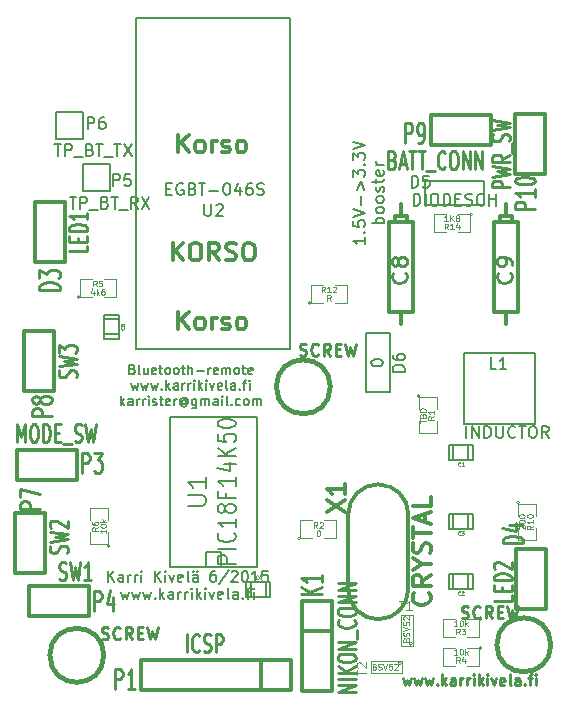
<source format=gto>
G04 (created by PCBNEW (2013-07-07 BZR 4022)-stable) date 24/06/2015 00:02:37*
%MOIN*%
G04 Gerber Fmt 3.4, Leading zero omitted, Abs format*
%FSLAX34Y34*%
G01*
G70*
G90*
G04 APERTURE LIST*
%ADD10C,0.00590551*%
%ADD11C,0.011811*%
%ADD12C,0.00885827*%
%ADD13C,0.00787402*%
%ADD14C,0.0031*%
%ADD15C,0.005*%
%ADD16C,0.0039*%
%ADD17C,0.012*%
%ADD18C,0.0125*%
%ADD19C,0.015*%
%ADD20C,0.0047*%
%ADD21C,0.0043*%
%ADD22C,0.0107*%
%ADD23C,0.01*%
%ADD24C,0.0106*%
%ADD25C,0.0024*%
G04 APERTURE END LIST*
G54D10*
G54D11*
X77839Y-62839D02*
X77839Y-62248D01*
X78176Y-62839D02*
X77923Y-62501D01*
X78176Y-62248D02*
X77839Y-62585D01*
X78514Y-62839D02*
X78457Y-62810D01*
X78429Y-62782D01*
X78401Y-62726D01*
X78401Y-62557D01*
X78429Y-62501D01*
X78457Y-62473D01*
X78514Y-62445D01*
X78598Y-62445D01*
X78654Y-62473D01*
X78682Y-62501D01*
X78710Y-62557D01*
X78710Y-62726D01*
X78682Y-62782D01*
X78654Y-62810D01*
X78598Y-62839D01*
X78514Y-62839D01*
X78964Y-62839D02*
X78964Y-62445D01*
X78964Y-62557D02*
X78992Y-62501D01*
X79020Y-62473D01*
X79076Y-62445D01*
X79132Y-62445D01*
X79301Y-62810D02*
X79357Y-62839D01*
X79470Y-62839D01*
X79526Y-62810D01*
X79554Y-62754D01*
X79554Y-62726D01*
X79526Y-62670D01*
X79470Y-62642D01*
X79385Y-62642D01*
X79329Y-62614D01*
X79301Y-62557D01*
X79301Y-62529D01*
X79329Y-62473D01*
X79385Y-62445D01*
X79470Y-62445D01*
X79526Y-62473D01*
X79892Y-62839D02*
X79835Y-62810D01*
X79807Y-62782D01*
X79779Y-62726D01*
X79779Y-62557D01*
X79807Y-62501D01*
X79835Y-62473D01*
X79892Y-62445D01*
X79976Y-62445D01*
X80032Y-62473D01*
X80060Y-62501D01*
X80088Y-62557D01*
X80088Y-62726D01*
X80060Y-62782D01*
X80032Y-62810D01*
X79976Y-62839D01*
X79892Y-62839D01*
X77650Y-60539D02*
X77650Y-59948D01*
X77987Y-60539D02*
X77734Y-60201D01*
X77987Y-59948D02*
X77650Y-60285D01*
X78353Y-59948D02*
X78465Y-59948D01*
X78521Y-59976D01*
X78578Y-60032D01*
X78606Y-60145D01*
X78606Y-60342D01*
X78578Y-60454D01*
X78521Y-60510D01*
X78465Y-60539D01*
X78353Y-60539D01*
X78296Y-60510D01*
X78240Y-60454D01*
X78212Y-60342D01*
X78212Y-60145D01*
X78240Y-60032D01*
X78296Y-59976D01*
X78353Y-59948D01*
X79196Y-60539D02*
X79000Y-60257D01*
X78859Y-60539D02*
X78859Y-59948D01*
X79084Y-59948D01*
X79140Y-59976D01*
X79168Y-60004D01*
X79196Y-60060D01*
X79196Y-60145D01*
X79168Y-60201D01*
X79140Y-60229D01*
X79084Y-60257D01*
X78859Y-60257D01*
X79421Y-60510D02*
X79506Y-60539D01*
X79646Y-60539D01*
X79703Y-60510D01*
X79731Y-60482D01*
X79759Y-60426D01*
X79759Y-60370D01*
X79731Y-60314D01*
X79703Y-60285D01*
X79646Y-60257D01*
X79534Y-60229D01*
X79478Y-60201D01*
X79449Y-60173D01*
X79421Y-60117D01*
X79421Y-60060D01*
X79449Y-60004D01*
X79478Y-59976D01*
X79534Y-59948D01*
X79674Y-59948D01*
X79759Y-59976D01*
X80124Y-59948D02*
X80237Y-59948D01*
X80293Y-59976D01*
X80349Y-60032D01*
X80377Y-60145D01*
X80377Y-60342D01*
X80349Y-60454D01*
X80293Y-60510D01*
X80237Y-60539D01*
X80124Y-60539D01*
X80068Y-60510D01*
X80012Y-60454D01*
X79984Y-60342D01*
X79984Y-60145D01*
X80012Y-60032D01*
X80068Y-59976D01*
X80124Y-59948D01*
X77839Y-56939D02*
X77839Y-56348D01*
X78176Y-56939D02*
X77923Y-56601D01*
X78176Y-56348D02*
X77839Y-56685D01*
X78514Y-56939D02*
X78457Y-56910D01*
X78429Y-56882D01*
X78401Y-56826D01*
X78401Y-56657D01*
X78429Y-56601D01*
X78457Y-56573D01*
X78514Y-56545D01*
X78598Y-56545D01*
X78654Y-56573D01*
X78682Y-56601D01*
X78710Y-56657D01*
X78710Y-56826D01*
X78682Y-56882D01*
X78654Y-56910D01*
X78598Y-56939D01*
X78514Y-56939D01*
X78964Y-56939D02*
X78964Y-56545D01*
X78964Y-56657D02*
X78992Y-56601D01*
X79020Y-56573D01*
X79076Y-56545D01*
X79132Y-56545D01*
X79301Y-56910D02*
X79357Y-56939D01*
X79470Y-56939D01*
X79526Y-56910D01*
X79554Y-56854D01*
X79554Y-56826D01*
X79526Y-56770D01*
X79470Y-56742D01*
X79385Y-56742D01*
X79329Y-56714D01*
X79301Y-56657D01*
X79301Y-56629D01*
X79329Y-56573D01*
X79385Y-56545D01*
X79470Y-56545D01*
X79526Y-56573D01*
X79892Y-56939D02*
X79835Y-56910D01*
X79807Y-56882D01*
X79779Y-56826D01*
X79779Y-56657D01*
X79807Y-56601D01*
X79835Y-56573D01*
X79892Y-56545D01*
X79976Y-56545D01*
X80032Y-56573D01*
X80060Y-56601D01*
X80088Y-56657D01*
X80088Y-56826D01*
X80060Y-56882D01*
X80032Y-56910D01*
X79976Y-56939D01*
X79892Y-56939D01*
G54D12*
X85314Y-74457D02*
X85381Y-74693D01*
X85449Y-74524D01*
X85516Y-74693D01*
X85584Y-74457D01*
X85685Y-74457D02*
X85753Y-74693D01*
X85820Y-74524D01*
X85888Y-74693D01*
X85955Y-74457D01*
X86056Y-74457D02*
X86124Y-74693D01*
X86191Y-74524D01*
X86259Y-74693D01*
X86326Y-74457D01*
X86461Y-74659D02*
X86478Y-74676D01*
X86461Y-74693D01*
X86444Y-74676D01*
X86461Y-74659D01*
X86461Y-74693D01*
X86630Y-74693D02*
X86630Y-74339D01*
X86664Y-74558D02*
X86765Y-74693D01*
X86765Y-74457D02*
X86630Y-74592D01*
X87069Y-74693D02*
X87069Y-74507D01*
X87052Y-74474D01*
X87018Y-74457D01*
X86951Y-74457D01*
X86917Y-74474D01*
X87069Y-74676D02*
X87035Y-74693D01*
X86951Y-74693D01*
X86917Y-74676D01*
X86900Y-74642D01*
X86900Y-74609D01*
X86917Y-74575D01*
X86951Y-74558D01*
X87035Y-74558D01*
X87069Y-74541D01*
X87237Y-74693D02*
X87237Y-74457D01*
X87237Y-74524D02*
X87254Y-74490D01*
X87271Y-74474D01*
X87305Y-74457D01*
X87339Y-74457D01*
X87457Y-74693D02*
X87457Y-74457D01*
X87457Y-74524D02*
X87474Y-74490D01*
X87490Y-74474D01*
X87524Y-74457D01*
X87558Y-74457D01*
X87676Y-74693D02*
X87676Y-74457D01*
X87676Y-74339D02*
X87659Y-74355D01*
X87676Y-74372D01*
X87693Y-74355D01*
X87676Y-74339D01*
X87676Y-74372D01*
X87845Y-74693D02*
X87845Y-74339D01*
X87879Y-74558D02*
X87980Y-74693D01*
X87980Y-74457D02*
X87845Y-74592D01*
X88132Y-74693D02*
X88132Y-74457D01*
X88132Y-74339D02*
X88115Y-74355D01*
X88132Y-74372D01*
X88148Y-74355D01*
X88132Y-74339D01*
X88132Y-74372D01*
X88267Y-74457D02*
X88351Y-74693D01*
X88435Y-74457D01*
X88705Y-74676D02*
X88672Y-74693D01*
X88604Y-74693D01*
X88570Y-74676D01*
X88553Y-74642D01*
X88553Y-74507D01*
X88570Y-74474D01*
X88604Y-74457D01*
X88672Y-74457D01*
X88705Y-74474D01*
X88722Y-74507D01*
X88722Y-74541D01*
X88553Y-74575D01*
X88925Y-74693D02*
X88891Y-74676D01*
X88874Y-74642D01*
X88874Y-74339D01*
X89211Y-74693D02*
X89211Y-74507D01*
X89195Y-74474D01*
X89161Y-74457D01*
X89093Y-74457D01*
X89060Y-74474D01*
X89211Y-74676D02*
X89178Y-74693D01*
X89093Y-74693D01*
X89060Y-74676D01*
X89043Y-74642D01*
X89043Y-74609D01*
X89060Y-74575D01*
X89093Y-74558D01*
X89178Y-74558D01*
X89211Y-74541D01*
X89380Y-74659D02*
X89397Y-74676D01*
X89380Y-74693D01*
X89363Y-74676D01*
X89380Y-74659D01*
X89380Y-74693D01*
X89498Y-74457D02*
X89633Y-74457D01*
X89549Y-74693D02*
X89549Y-74389D01*
X89566Y-74355D01*
X89600Y-74339D01*
X89633Y-74339D01*
X89751Y-74693D02*
X89751Y-74457D01*
X89751Y-74339D02*
X89735Y-74355D01*
X89751Y-74372D01*
X89768Y-74355D01*
X89751Y-74339D01*
X89751Y-74372D01*
G54D13*
X84059Y-59762D02*
X84059Y-59987D01*
X84059Y-59874D02*
X83665Y-59874D01*
X83721Y-59912D01*
X83759Y-59949D01*
X83778Y-59987D01*
X84021Y-59593D02*
X84040Y-59574D01*
X84059Y-59593D01*
X84040Y-59612D01*
X84021Y-59593D01*
X84059Y-59593D01*
X83665Y-59218D02*
X83665Y-59406D01*
X83853Y-59424D01*
X83834Y-59406D01*
X83815Y-59368D01*
X83815Y-59274D01*
X83834Y-59237D01*
X83853Y-59218D01*
X83890Y-59199D01*
X83984Y-59199D01*
X84021Y-59218D01*
X84040Y-59237D01*
X84059Y-59274D01*
X84059Y-59368D01*
X84040Y-59406D01*
X84021Y-59424D01*
X83665Y-59087D02*
X84059Y-58956D01*
X83665Y-58824D01*
X83909Y-58693D02*
X83909Y-58393D01*
X83796Y-58206D02*
X83909Y-57906D01*
X84021Y-58206D01*
X83665Y-57756D02*
X83665Y-57512D01*
X83815Y-57643D01*
X83815Y-57587D01*
X83834Y-57550D01*
X83853Y-57531D01*
X83890Y-57512D01*
X83984Y-57512D01*
X84021Y-57531D01*
X84040Y-57550D01*
X84059Y-57587D01*
X84059Y-57700D01*
X84040Y-57737D01*
X84021Y-57756D01*
X84021Y-57343D02*
X84040Y-57325D01*
X84059Y-57343D01*
X84040Y-57362D01*
X84021Y-57343D01*
X84059Y-57343D01*
X83665Y-57193D02*
X83665Y-56950D01*
X83815Y-57081D01*
X83815Y-57025D01*
X83834Y-56987D01*
X83853Y-56968D01*
X83890Y-56950D01*
X83984Y-56950D01*
X84021Y-56968D01*
X84040Y-56987D01*
X84059Y-57025D01*
X84059Y-57137D01*
X84040Y-57175D01*
X84021Y-57193D01*
X83665Y-56837D02*
X84059Y-56706D01*
X83665Y-56575D01*
X84689Y-59303D02*
X84295Y-59303D01*
X84445Y-59303D02*
X84426Y-59265D01*
X84426Y-59190D01*
X84445Y-59153D01*
X84464Y-59134D01*
X84501Y-59115D01*
X84614Y-59115D01*
X84651Y-59134D01*
X84670Y-59153D01*
X84689Y-59190D01*
X84689Y-59265D01*
X84670Y-59303D01*
X84689Y-58890D02*
X84670Y-58928D01*
X84651Y-58946D01*
X84614Y-58965D01*
X84501Y-58965D01*
X84464Y-58946D01*
X84445Y-58928D01*
X84426Y-58890D01*
X84426Y-58834D01*
X84445Y-58796D01*
X84464Y-58778D01*
X84501Y-58759D01*
X84614Y-58759D01*
X84651Y-58778D01*
X84670Y-58796D01*
X84689Y-58834D01*
X84689Y-58890D01*
X84689Y-58534D02*
X84670Y-58571D01*
X84651Y-58590D01*
X84614Y-58609D01*
X84501Y-58609D01*
X84464Y-58590D01*
X84445Y-58571D01*
X84426Y-58534D01*
X84426Y-58478D01*
X84445Y-58440D01*
X84464Y-58421D01*
X84501Y-58403D01*
X84614Y-58403D01*
X84651Y-58421D01*
X84670Y-58440D01*
X84689Y-58478D01*
X84689Y-58534D01*
X84670Y-58253D02*
X84689Y-58215D01*
X84689Y-58140D01*
X84670Y-58103D01*
X84633Y-58084D01*
X84614Y-58084D01*
X84576Y-58103D01*
X84558Y-58140D01*
X84558Y-58196D01*
X84539Y-58234D01*
X84501Y-58253D01*
X84483Y-58253D01*
X84445Y-58234D01*
X84426Y-58196D01*
X84426Y-58140D01*
X84445Y-58103D01*
X84426Y-57971D02*
X84426Y-57821D01*
X84295Y-57915D02*
X84633Y-57915D01*
X84670Y-57896D01*
X84689Y-57859D01*
X84689Y-57821D01*
X84670Y-57540D02*
X84689Y-57578D01*
X84689Y-57653D01*
X84670Y-57690D01*
X84633Y-57709D01*
X84483Y-57709D01*
X84445Y-57690D01*
X84426Y-57653D01*
X84426Y-57578D01*
X84445Y-57540D01*
X84483Y-57521D01*
X84520Y-57521D01*
X84558Y-57709D01*
X84689Y-57353D02*
X84426Y-57353D01*
X84501Y-57353D02*
X84464Y-57334D01*
X84445Y-57315D01*
X84426Y-57278D01*
X84426Y-57240D01*
X75492Y-71243D02*
X75492Y-70889D01*
X75694Y-71243D02*
X75543Y-71040D01*
X75694Y-70889D02*
X75492Y-71091D01*
X75998Y-71243D02*
X75998Y-71057D01*
X75981Y-71024D01*
X75948Y-71007D01*
X75880Y-71007D01*
X75846Y-71024D01*
X75998Y-71226D02*
X75964Y-71243D01*
X75880Y-71243D01*
X75846Y-71226D01*
X75829Y-71192D01*
X75829Y-71159D01*
X75846Y-71125D01*
X75880Y-71108D01*
X75964Y-71108D01*
X75998Y-71091D01*
X76167Y-71243D02*
X76167Y-71007D01*
X76167Y-71074D02*
X76184Y-71040D01*
X76201Y-71024D01*
X76234Y-71007D01*
X76268Y-71007D01*
X76386Y-71243D02*
X76386Y-71007D01*
X76386Y-71074D02*
X76403Y-71040D01*
X76420Y-71024D01*
X76454Y-71007D01*
X76488Y-71007D01*
X76606Y-71243D02*
X76606Y-71007D01*
X76606Y-70889D02*
X76589Y-70905D01*
X76606Y-70922D01*
X76623Y-70905D01*
X76606Y-70889D01*
X76606Y-70922D01*
X77044Y-71243D02*
X77044Y-70889D01*
X77247Y-71243D02*
X77095Y-71040D01*
X77247Y-70889D02*
X77044Y-71091D01*
X77399Y-71243D02*
X77399Y-71007D01*
X77399Y-70889D02*
X77382Y-70905D01*
X77399Y-70922D01*
X77416Y-70905D01*
X77399Y-70889D01*
X77399Y-70922D01*
X77534Y-71007D02*
X77618Y-71243D01*
X77702Y-71007D01*
X77972Y-71226D02*
X77939Y-71243D01*
X77871Y-71243D01*
X77837Y-71226D01*
X77820Y-71192D01*
X77820Y-71057D01*
X77837Y-71024D01*
X77871Y-71007D01*
X77939Y-71007D01*
X77972Y-71024D01*
X77989Y-71057D01*
X77989Y-71091D01*
X77820Y-71125D01*
X78192Y-71243D02*
X78158Y-71226D01*
X78141Y-71192D01*
X78141Y-70889D01*
X78479Y-71243D02*
X78479Y-71057D01*
X78462Y-71024D01*
X78428Y-71007D01*
X78360Y-71007D01*
X78327Y-71024D01*
X78479Y-71226D02*
X78445Y-71243D01*
X78360Y-71243D01*
X78327Y-71226D01*
X78310Y-71192D01*
X78310Y-71159D01*
X78327Y-71125D01*
X78360Y-71108D01*
X78445Y-71108D01*
X78479Y-71091D01*
X78327Y-70889D02*
X78344Y-70905D01*
X78327Y-70922D01*
X78310Y-70905D01*
X78327Y-70889D01*
X78327Y-70922D01*
X78462Y-70889D02*
X78479Y-70905D01*
X78462Y-70922D01*
X78445Y-70905D01*
X78462Y-70889D01*
X78462Y-70922D01*
X79069Y-70889D02*
X79002Y-70889D01*
X78968Y-70905D01*
X78951Y-70922D01*
X78917Y-70973D01*
X78900Y-71040D01*
X78900Y-71175D01*
X78917Y-71209D01*
X78934Y-71226D01*
X78968Y-71243D01*
X79035Y-71243D01*
X79069Y-71226D01*
X79086Y-71209D01*
X79103Y-71175D01*
X79103Y-71091D01*
X79086Y-71057D01*
X79069Y-71040D01*
X79035Y-71024D01*
X78968Y-71024D01*
X78934Y-71040D01*
X78917Y-71057D01*
X78900Y-71091D01*
X79508Y-70872D02*
X79204Y-71327D01*
X79609Y-70922D02*
X79626Y-70905D01*
X79660Y-70889D01*
X79744Y-70889D01*
X79778Y-70905D01*
X79795Y-70922D01*
X79811Y-70956D01*
X79811Y-70990D01*
X79795Y-71040D01*
X79592Y-71243D01*
X79811Y-71243D01*
X80031Y-70889D02*
X80065Y-70889D01*
X80098Y-70905D01*
X80115Y-70922D01*
X80132Y-70956D01*
X80149Y-71024D01*
X80149Y-71108D01*
X80132Y-71175D01*
X80115Y-71209D01*
X80098Y-71226D01*
X80065Y-71243D01*
X80031Y-71243D01*
X79997Y-71226D01*
X79980Y-71209D01*
X79963Y-71175D01*
X79946Y-71108D01*
X79946Y-71024D01*
X79963Y-70956D01*
X79980Y-70922D01*
X79997Y-70905D01*
X80031Y-70889D01*
X80486Y-71243D02*
X80284Y-71243D01*
X80385Y-71243D02*
X80385Y-70889D01*
X80351Y-70939D01*
X80318Y-70973D01*
X80284Y-70990D01*
X80807Y-70889D02*
X80638Y-70889D01*
X80621Y-71057D01*
X80638Y-71040D01*
X80672Y-71024D01*
X80756Y-71024D01*
X80790Y-71040D01*
X80807Y-71057D01*
X80824Y-71091D01*
X80824Y-71175D01*
X80807Y-71209D01*
X80790Y-71226D01*
X80756Y-71243D01*
X80672Y-71243D01*
X80638Y-71226D01*
X80621Y-71209D01*
X75914Y-71582D02*
X75981Y-71818D01*
X76049Y-71649D01*
X76116Y-71818D01*
X76184Y-71582D01*
X76285Y-71582D02*
X76353Y-71818D01*
X76420Y-71649D01*
X76488Y-71818D01*
X76555Y-71582D01*
X76656Y-71582D02*
X76724Y-71818D01*
X76791Y-71649D01*
X76859Y-71818D01*
X76926Y-71582D01*
X77061Y-71784D02*
X77078Y-71801D01*
X77061Y-71818D01*
X77044Y-71801D01*
X77061Y-71784D01*
X77061Y-71818D01*
X77230Y-71818D02*
X77230Y-71463D01*
X77264Y-71683D02*
X77365Y-71818D01*
X77365Y-71582D02*
X77230Y-71716D01*
X77669Y-71818D02*
X77669Y-71632D01*
X77652Y-71598D01*
X77618Y-71582D01*
X77551Y-71582D01*
X77517Y-71598D01*
X77669Y-71801D02*
X77635Y-71818D01*
X77551Y-71818D01*
X77517Y-71801D01*
X77500Y-71767D01*
X77500Y-71733D01*
X77517Y-71700D01*
X77551Y-71683D01*
X77635Y-71683D01*
X77669Y-71666D01*
X77837Y-71818D02*
X77837Y-71582D01*
X77837Y-71649D02*
X77854Y-71615D01*
X77871Y-71598D01*
X77905Y-71582D01*
X77939Y-71582D01*
X78057Y-71818D02*
X78057Y-71582D01*
X78057Y-71649D02*
X78074Y-71615D01*
X78090Y-71598D01*
X78124Y-71582D01*
X78158Y-71582D01*
X78276Y-71818D02*
X78276Y-71582D01*
X78276Y-71463D02*
X78259Y-71480D01*
X78276Y-71497D01*
X78293Y-71480D01*
X78276Y-71463D01*
X78276Y-71497D01*
X78445Y-71818D02*
X78445Y-71463D01*
X78479Y-71683D02*
X78580Y-71818D01*
X78580Y-71582D02*
X78445Y-71716D01*
X78732Y-71818D02*
X78732Y-71582D01*
X78732Y-71463D02*
X78715Y-71480D01*
X78732Y-71497D01*
X78748Y-71480D01*
X78732Y-71463D01*
X78732Y-71497D01*
X78867Y-71582D02*
X78951Y-71818D01*
X79035Y-71582D01*
X79305Y-71801D02*
X79272Y-71818D01*
X79204Y-71818D01*
X79170Y-71801D01*
X79153Y-71767D01*
X79153Y-71632D01*
X79170Y-71598D01*
X79204Y-71582D01*
X79272Y-71582D01*
X79305Y-71598D01*
X79322Y-71632D01*
X79322Y-71666D01*
X79153Y-71700D01*
X79525Y-71818D02*
X79491Y-71801D01*
X79474Y-71767D01*
X79474Y-71463D01*
X79811Y-71818D02*
X79811Y-71632D01*
X79795Y-71598D01*
X79761Y-71582D01*
X79693Y-71582D01*
X79660Y-71598D01*
X79811Y-71801D02*
X79778Y-71818D01*
X79693Y-71818D01*
X79660Y-71801D01*
X79643Y-71767D01*
X79643Y-71733D01*
X79660Y-71700D01*
X79693Y-71683D01*
X79778Y-71683D01*
X79811Y-71666D01*
X79980Y-71784D02*
X79997Y-71801D01*
X79980Y-71818D01*
X79963Y-71801D01*
X79980Y-71784D01*
X79980Y-71818D01*
X80098Y-71582D02*
X80233Y-71582D01*
X80149Y-71818D02*
X80149Y-71514D01*
X80166Y-71480D01*
X80200Y-71463D01*
X80233Y-71463D01*
X80351Y-71818D02*
X80351Y-71582D01*
X80351Y-71463D02*
X80335Y-71480D01*
X80351Y-71497D01*
X80368Y-71480D01*
X80351Y-71463D01*
X80351Y-71497D01*
X76300Y-64162D02*
X76345Y-64177D01*
X76360Y-64192D01*
X76375Y-64222D01*
X76375Y-64267D01*
X76360Y-64297D01*
X76345Y-64312D01*
X76315Y-64327D01*
X76195Y-64327D01*
X76195Y-64012D01*
X76300Y-64012D01*
X76330Y-64027D01*
X76345Y-64042D01*
X76360Y-64072D01*
X76360Y-64102D01*
X76345Y-64132D01*
X76330Y-64147D01*
X76300Y-64162D01*
X76195Y-64162D01*
X76555Y-64327D02*
X76525Y-64312D01*
X76510Y-64282D01*
X76510Y-64012D01*
X76810Y-64117D02*
X76810Y-64327D01*
X76675Y-64117D02*
X76675Y-64282D01*
X76690Y-64312D01*
X76720Y-64327D01*
X76765Y-64327D01*
X76795Y-64312D01*
X76810Y-64297D01*
X77080Y-64312D02*
X77050Y-64327D01*
X76990Y-64327D01*
X76960Y-64312D01*
X76945Y-64282D01*
X76945Y-64162D01*
X76960Y-64132D01*
X76990Y-64117D01*
X77050Y-64117D01*
X77080Y-64132D01*
X77095Y-64162D01*
X77095Y-64192D01*
X76945Y-64222D01*
X77185Y-64117D02*
X77305Y-64117D01*
X77230Y-64012D02*
X77230Y-64282D01*
X77245Y-64312D01*
X77275Y-64327D01*
X77305Y-64327D01*
X77455Y-64327D02*
X77425Y-64312D01*
X77410Y-64297D01*
X77395Y-64267D01*
X77395Y-64177D01*
X77410Y-64147D01*
X77425Y-64132D01*
X77455Y-64117D01*
X77500Y-64117D01*
X77530Y-64132D01*
X77545Y-64147D01*
X77560Y-64177D01*
X77560Y-64267D01*
X77545Y-64297D01*
X77530Y-64312D01*
X77500Y-64327D01*
X77455Y-64327D01*
X77740Y-64327D02*
X77710Y-64312D01*
X77695Y-64297D01*
X77680Y-64267D01*
X77680Y-64177D01*
X77695Y-64147D01*
X77710Y-64132D01*
X77740Y-64117D01*
X77785Y-64117D01*
X77815Y-64132D01*
X77830Y-64147D01*
X77845Y-64177D01*
X77845Y-64267D01*
X77830Y-64297D01*
X77815Y-64312D01*
X77785Y-64327D01*
X77740Y-64327D01*
X77935Y-64117D02*
X78055Y-64117D01*
X77980Y-64012D02*
X77980Y-64282D01*
X77995Y-64312D01*
X78025Y-64327D01*
X78055Y-64327D01*
X78160Y-64327D02*
X78160Y-64012D01*
X78294Y-64327D02*
X78294Y-64162D01*
X78279Y-64132D01*
X78250Y-64117D01*
X78205Y-64117D01*
X78175Y-64132D01*
X78160Y-64147D01*
X78444Y-64207D02*
X78684Y-64207D01*
X78834Y-64327D02*
X78834Y-64117D01*
X78834Y-64177D02*
X78849Y-64147D01*
X78864Y-64132D01*
X78894Y-64117D01*
X78924Y-64117D01*
X79149Y-64312D02*
X79119Y-64327D01*
X79059Y-64327D01*
X79029Y-64312D01*
X79014Y-64282D01*
X79014Y-64162D01*
X79029Y-64132D01*
X79059Y-64117D01*
X79119Y-64117D01*
X79149Y-64132D01*
X79164Y-64162D01*
X79164Y-64192D01*
X79014Y-64222D01*
X79299Y-64327D02*
X79299Y-64117D01*
X79299Y-64147D02*
X79314Y-64132D01*
X79344Y-64117D01*
X79389Y-64117D01*
X79419Y-64132D01*
X79434Y-64162D01*
X79434Y-64327D01*
X79434Y-64162D02*
X79449Y-64132D01*
X79479Y-64117D01*
X79524Y-64117D01*
X79554Y-64132D01*
X79569Y-64162D01*
X79569Y-64327D01*
X79764Y-64327D02*
X79734Y-64312D01*
X79719Y-64297D01*
X79704Y-64267D01*
X79704Y-64177D01*
X79719Y-64147D01*
X79734Y-64132D01*
X79764Y-64117D01*
X79809Y-64117D01*
X79839Y-64132D01*
X79854Y-64147D01*
X79869Y-64177D01*
X79869Y-64267D01*
X79854Y-64297D01*
X79839Y-64312D01*
X79809Y-64327D01*
X79764Y-64327D01*
X79959Y-64117D02*
X80079Y-64117D01*
X80004Y-64012D02*
X80004Y-64282D01*
X80019Y-64312D01*
X80049Y-64327D01*
X80079Y-64327D01*
X80304Y-64312D02*
X80274Y-64327D01*
X80214Y-64327D01*
X80184Y-64312D01*
X80169Y-64282D01*
X80169Y-64162D01*
X80184Y-64132D01*
X80214Y-64117D01*
X80274Y-64117D01*
X80304Y-64132D01*
X80319Y-64162D01*
X80319Y-64192D01*
X80169Y-64222D01*
X76262Y-64637D02*
X76322Y-64847D01*
X76382Y-64697D01*
X76442Y-64847D01*
X76502Y-64637D01*
X76592Y-64637D02*
X76652Y-64847D01*
X76712Y-64697D01*
X76772Y-64847D01*
X76832Y-64637D01*
X76922Y-64637D02*
X76982Y-64847D01*
X77042Y-64697D01*
X77102Y-64847D01*
X77162Y-64637D01*
X77282Y-64817D02*
X77297Y-64832D01*
X77282Y-64847D01*
X77267Y-64832D01*
X77282Y-64817D01*
X77282Y-64847D01*
X77432Y-64847D02*
X77432Y-64532D01*
X77462Y-64727D02*
X77552Y-64847D01*
X77552Y-64637D02*
X77432Y-64757D01*
X77822Y-64847D02*
X77822Y-64682D01*
X77807Y-64652D01*
X77777Y-64637D01*
X77717Y-64637D01*
X77687Y-64652D01*
X77822Y-64832D02*
X77792Y-64847D01*
X77717Y-64847D01*
X77687Y-64832D01*
X77672Y-64802D01*
X77672Y-64772D01*
X77687Y-64742D01*
X77717Y-64727D01*
X77792Y-64727D01*
X77822Y-64712D01*
X77972Y-64847D02*
X77972Y-64637D01*
X77972Y-64697D02*
X77987Y-64667D01*
X78002Y-64652D01*
X78032Y-64637D01*
X78062Y-64637D01*
X78167Y-64847D02*
X78167Y-64637D01*
X78167Y-64697D02*
X78182Y-64667D01*
X78197Y-64652D01*
X78227Y-64637D01*
X78257Y-64637D01*
X78362Y-64847D02*
X78362Y-64637D01*
X78362Y-64532D02*
X78347Y-64547D01*
X78362Y-64562D01*
X78377Y-64547D01*
X78362Y-64532D01*
X78362Y-64562D01*
X78512Y-64847D02*
X78512Y-64532D01*
X78542Y-64727D02*
X78632Y-64847D01*
X78632Y-64637D02*
X78512Y-64757D01*
X78767Y-64847D02*
X78767Y-64637D01*
X78767Y-64532D02*
X78752Y-64547D01*
X78767Y-64562D01*
X78782Y-64547D01*
X78767Y-64532D01*
X78767Y-64562D01*
X78887Y-64637D02*
X78962Y-64847D01*
X79037Y-64637D01*
X79277Y-64832D02*
X79247Y-64847D01*
X79187Y-64847D01*
X79157Y-64832D01*
X79142Y-64802D01*
X79142Y-64682D01*
X79157Y-64652D01*
X79187Y-64637D01*
X79247Y-64637D01*
X79277Y-64652D01*
X79292Y-64682D01*
X79292Y-64712D01*
X79142Y-64742D01*
X79472Y-64847D02*
X79442Y-64832D01*
X79427Y-64802D01*
X79427Y-64532D01*
X79727Y-64847D02*
X79727Y-64682D01*
X79712Y-64652D01*
X79682Y-64637D01*
X79622Y-64637D01*
X79592Y-64652D01*
X79727Y-64832D02*
X79697Y-64847D01*
X79622Y-64847D01*
X79592Y-64832D01*
X79577Y-64802D01*
X79577Y-64772D01*
X79592Y-64742D01*
X79622Y-64727D01*
X79697Y-64727D01*
X79727Y-64712D01*
X79877Y-64817D02*
X79892Y-64832D01*
X79877Y-64847D01*
X79862Y-64832D01*
X79877Y-64817D01*
X79877Y-64847D01*
X79982Y-64637D02*
X80102Y-64637D01*
X80027Y-64847D02*
X80027Y-64577D01*
X80042Y-64547D01*
X80072Y-64532D01*
X80102Y-64532D01*
X80207Y-64847D02*
X80207Y-64637D01*
X80207Y-64532D02*
X80192Y-64547D01*
X80207Y-64562D01*
X80222Y-64547D01*
X80207Y-64532D01*
X80207Y-64562D01*
X75917Y-65366D02*
X75917Y-65051D01*
X75947Y-65246D02*
X76037Y-65366D01*
X76037Y-65156D02*
X75917Y-65276D01*
X76307Y-65366D02*
X76307Y-65201D01*
X76292Y-65171D01*
X76262Y-65156D01*
X76202Y-65156D01*
X76172Y-65171D01*
X76307Y-65351D02*
X76277Y-65366D01*
X76202Y-65366D01*
X76172Y-65351D01*
X76157Y-65321D01*
X76157Y-65291D01*
X76172Y-65261D01*
X76202Y-65246D01*
X76277Y-65246D01*
X76307Y-65231D01*
X76457Y-65366D02*
X76457Y-65156D01*
X76457Y-65216D02*
X76472Y-65186D01*
X76487Y-65171D01*
X76517Y-65156D01*
X76547Y-65156D01*
X76652Y-65366D02*
X76652Y-65156D01*
X76652Y-65216D02*
X76667Y-65186D01*
X76682Y-65171D01*
X76712Y-65156D01*
X76742Y-65156D01*
X76847Y-65366D02*
X76847Y-65156D01*
X76847Y-65051D02*
X76832Y-65066D01*
X76847Y-65081D01*
X76862Y-65066D01*
X76847Y-65051D01*
X76847Y-65081D01*
X76982Y-65351D02*
X77012Y-65366D01*
X77072Y-65366D01*
X77102Y-65351D01*
X77117Y-65321D01*
X77117Y-65306D01*
X77102Y-65276D01*
X77072Y-65261D01*
X77027Y-65261D01*
X76997Y-65246D01*
X76982Y-65216D01*
X76982Y-65201D01*
X76997Y-65171D01*
X77027Y-65156D01*
X77072Y-65156D01*
X77102Y-65171D01*
X77207Y-65156D02*
X77327Y-65156D01*
X77252Y-65051D02*
X77252Y-65321D01*
X77267Y-65351D01*
X77297Y-65366D01*
X77327Y-65366D01*
X77552Y-65351D02*
X77522Y-65366D01*
X77462Y-65366D01*
X77432Y-65351D01*
X77417Y-65321D01*
X77417Y-65201D01*
X77432Y-65171D01*
X77462Y-65156D01*
X77522Y-65156D01*
X77552Y-65171D01*
X77567Y-65201D01*
X77567Y-65231D01*
X77417Y-65261D01*
X77702Y-65366D02*
X77702Y-65156D01*
X77702Y-65216D02*
X77717Y-65186D01*
X77732Y-65171D01*
X77762Y-65156D01*
X77792Y-65156D01*
X78092Y-65216D02*
X78077Y-65201D01*
X78047Y-65186D01*
X78017Y-65186D01*
X77987Y-65201D01*
X77972Y-65216D01*
X77957Y-65246D01*
X77957Y-65276D01*
X77972Y-65306D01*
X77987Y-65321D01*
X78017Y-65336D01*
X78047Y-65336D01*
X78077Y-65321D01*
X78092Y-65306D01*
X78092Y-65186D02*
X78092Y-65306D01*
X78107Y-65321D01*
X78122Y-65321D01*
X78152Y-65306D01*
X78167Y-65276D01*
X78167Y-65201D01*
X78137Y-65156D01*
X78092Y-65126D01*
X78032Y-65111D01*
X77972Y-65126D01*
X77927Y-65156D01*
X77897Y-65201D01*
X77882Y-65261D01*
X77897Y-65321D01*
X77927Y-65366D01*
X77972Y-65396D01*
X78032Y-65411D01*
X78092Y-65396D01*
X78137Y-65366D01*
X78437Y-65156D02*
X78437Y-65411D01*
X78422Y-65441D01*
X78407Y-65456D01*
X78377Y-65471D01*
X78332Y-65471D01*
X78302Y-65456D01*
X78437Y-65351D02*
X78407Y-65366D01*
X78347Y-65366D01*
X78317Y-65351D01*
X78302Y-65336D01*
X78287Y-65306D01*
X78287Y-65216D01*
X78302Y-65186D01*
X78317Y-65171D01*
X78347Y-65156D01*
X78407Y-65156D01*
X78437Y-65171D01*
X78587Y-65366D02*
X78587Y-65156D01*
X78587Y-65186D02*
X78602Y-65171D01*
X78632Y-65156D01*
X78677Y-65156D01*
X78707Y-65171D01*
X78722Y-65201D01*
X78722Y-65366D01*
X78722Y-65201D02*
X78737Y-65171D01*
X78767Y-65156D01*
X78812Y-65156D01*
X78842Y-65171D01*
X78857Y-65201D01*
X78857Y-65366D01*
X79142Y-65366D02*
X79142Y-65201D01*
X79127Y-65171D01*
X79097Y-65156D01*
X79037Y-65156D01*
X79007Y-65171D01*
X79142Y-65351D02*
X79112Y-65366D01*
X79037Y-65366D01*
X79007Y-65351D01*
X78992Y-65321D01*
X78992Y-65291D01*
X79007Y-65261D01*
X79037Y-65246D01*
X79112Y-65246D01*
X79142Y-65231D01*
X79292Y-65366D02*
X79292Y-65156D01*
X79292Y-65051D02*
X79277Y-65066D01*
X79292Y-65081D01*
X79307Y-65066D01*
X79292Y-65051D01*
X79292Y-65081D01*
X79487Y-65366D02*
X79457Y-65351D01*
X79442Y-65321D01*
X79442Y-65051D01*
X79607Y-65336D02*
X79622Y-65351D01*
X79607Y-65366D01*
X79592Y-65351D01*
X79607Y-65336D01*
X79607Y-65366D01*
X79892Y-65351D02*
X79862Y-65366D01*
X79802Y-65366D01*
X79772Y-65351D01*
X79757Y-65336D01*
X79742Y-65306D01*
X79742Y-65216D01*
X79757Y-65186D01*
X79772Y-65171D01*
X79802Y-65156D01*
X79862Y-65156D01*
X79892Y-65171D01*
X80072Y-65366D02*
X80042Y-65351D01*
X80027Y-65336D01*
X80012Y-65306D01*
X80012Y-65216D01*
X80027Y-65186D01*
X80042Y-65171D01*
X80072Y-65156D01*
X80117Y-65156D01*
X80147Y-65171D01*
X80162Y-65186D01*
X80177Y-65216D01*
X80177Y-65306D01*
X80162Y-65336D01*
X80147Y-65351D01*
X80117Y-65366D01*
X80072Y-65366D01*
X80312Y-65366D02*
X80312Y-65156D01*
X80312Y-65186D02*
X80327Y-65171D01*
X80357Y-65156D01*
X80402Y-65156D01*
X80432Y-65171D01*
X80447Y-65201D01*
X80447Y-65366D01*
X80447Y-65201D02*
X80462Y-65171D01*
X80492Y-65156D01*
X80537Y-65156D01*
X80567Y-65171D01*
X80582Y-65201D01*
X80582Y-65366D01*
G54D14*
X85650Y-73313D02*
G75*
G03X85650Y-73313I-62J0D01*
G74*
G01*
X85250Y-72350D02*
X85650Y-72350D01*
X85250Y-73375D02*
X85650Y-73375D01*
X85650Y-72350D02*
X85650Y-73375D01*
X85250Y-73375D02*
X85250Y-72350D01*
X85275Y-73962D02*
G75*
G03X85275Y-73962I-62J0D01*
G74*
G01*
X84250Y-74300D02*
X84250Y-73900D01*
X85275Y-74300D02*
X85275Y-73900D01*
X84250Y-73900D02*
X85275Y-73900D01*
X85275Y-74300D02*
X84250Y-74300D01*
G54D10*
X88034Y-58693D02*
X86065Y-58693D01*
X86065Y-58693D02*
X86065Y-57906D01*
X86065Y-57906D02*
X88034Y-57906D01*
X88034Y-57906D02*
X88034Y-58693D01*
G54D15*
X80450Y-65750D02*
X77550Y-65750D01*
X77550Y-70750D02*
X80450Y-70750D01*
X80450Y-65750D02*
X80450Y-70750D01*
X77550Y-70750D02*
X77550Y-65750D01*
X78750Y-70750D02*
X78750Y-70250D01*
X78750Y-70250D02*
X79250Y-70250D01*
X79250Y-70250D02*
X79250Y-70750D01*
G54D10*
X74650Y-55575D02*
X74650Y-56475D01*
X73750Y-56475D02*
X73750Y-55575D01*
X73750Y-55575D02*
X74650Y-55575D01*
X73750Y-56475D02*
X74650Y-56475D01*
X75550Y-57325D02*
X75550Y-58225D01*
X74650Y-58225D02*
X74650Y-57325D01*
X74650Y-57325D02*
X75550Y-57325D01*
X74650Y-58225D02*
X75550Y-58225D01*
G54D16*
X87650Y-59000D02*
G75*
G03X87650Y-59000I-50J0D01*
G74*
G01*
X87150Y-59000D02*
X87550Y-59000D01*
X87550Y-59000D02*
X87550Y-59600D01*
X87550Y-59600D02*
X87150Y-59600D01*
X86750Y-59600D02*
X86350Y-59600D01*
X86350Y-59600D02*
X86350Y-59000D01*
X86350Y-59000D02*
X86750Y-59000D01*
X81900Y-69800D02*
G75*
G03X81900Y-69800I-50J0D01*
G74*
G01*
X82300Y-69800D02*
X81900Y-69800D01*
X81900Y-69800D02*
X81900Y-69200D01*
X81900Y-69200D02*
X82300Y-69200D01*
X82700Y-69200D02*
X83100Y-69200D01*
X83100Y-69200D02*
X83100Y-69800D01*
X83100Y-69800D02*
X82700Y-69800D01*
X89200Y-68600D02*
G75*
G03X89200Y-68600I-50J0D01*
G74*
G01*
X89150Y-69050D02*
X89150Y-68650D01*
X89150Y-68650D02*
X89750Y-68650D01*
X89750Y-68650D02*
X89750Y-69050D01*
X89750Y-69450D02*
X89750Y-69850D01*
X89750Y-69850D02*
X89150Y-69850D01*
X89150Y-69850D02*
X89150Y-69450D01*
X85900Y-65050D02*
G75*
G03X85900Y-65050I-50J0D01*
G74*
G01*
X85850Y-65500D02*
X85850Y-65100D01*
X85850Y-65100D02*
X86450Y-65100D01*
X86450Y-65100D02*
X86450Y-65500D01*
X86450Y-65900D02*
X86450Y-66300D01*
X86450Y-66300D02*
X85850Y-66300D01*
X85850Y-66300D02*
X85850Y-65900D01*
X87950Y-72500D02*
G75*
G03X87950Y-72500I-50J0D01*
G74*
G01*
X87450Y-72500D02*
X87850Y-72500D01*
X87850Y-72500D02*
X87850Y-73100D01*
X87850Y-73100D02*
X87450Y-73100D01*
X87050Y-73100D02*
X86650Y-73100D01*
X86650Y-73100D02*
X86650Y-72500D01*
X86650Y-72500D02*
X87050Y-72500D01*
X87950Y-73450D02*
G75*
G03X87950Y-73450I-50J0D01*
G74*
G01*
X87450Y-73450D02*
X87850Y-73450D01*
X87850Y-73450D02*
X87850Y-74050D01*
X87850Y-74050D02*
X87450Y-74050D01*
X87050Y-74050D02*
X86650Y-74050D01*
X86650Y-74050D02*
X86650Y-73450D01*
X86650Y-73450D02*
X87050Y-73450D01*
X74550Y-61750D02*
G75*
G03X74550Y-61750I-50J0D01*
G74*
G01*
X74950Y-61750D02*
X74550Y-61750D01*
X74550Y-61750D02*
X74550Y-61150D01*
X74550Y-61150D02*
X74950Y-61150D01*
X75350Y-61150D02*
X75750Y-61150D01*
X75750Y-61150D02*
X75750Y-61750D01*
X75750Y-61750D02*
X75350Y-61750D01*
X75550Y-70050D02*
G75*
G03X75550Y-70050I-50J0D01*
G74*
G01*
X75500Y-69600D02*
X75500Y-70000D01*
X75500Y-70000D02*
X74900Y-70000D01*
X74900Y-70000D02*
X74900Y-69600D01*
X74900Y-69200D02*
X74900Y-68800D01*
X74900Y-68800D02*
X75500Y-68800D01*
X75500Y-68800D02*
X75500Y-69200D01*
X82250Y-61950D02*
G75*
G03X82250Y-61950I-50J0D01*
G74*
G01*
X82650Y-61950D02*
X82250Y-61950D01*
X82250Y-61950D02*
X82250Y-61350D01*
X82250Y-61350D02*
X82650Y-61350D01*
X83050Y-61350D02*
X83450Y-61350D01*
X83450Y-61350D02*
X83450Y-61950D01*
X83450Y-61950D02*
X83050Y-61950D01*
G54D17*
X81600Y-73850D02*
X81600Y-74850D01*
X81600Y-74850D02*
X76600Y-74850D01*
X76600Y-74850D02*
X76600Y-73850D01*
X76600Y-73850D02*
X81600Y-73850D01*
X80600Y-73850D02*
X80600Y-74850D01*
X81950Y-71900D02*
X82950Y-71900D01*
X82950Y-71900D02*
X82950Y-74900D01*
X82950Y-74900D02*
X81950Y-74900D01*
X81950Y-74900D02*
X81950Y-71900D01*
X82950Y-72900D02*
X81950Y-72900D01*
X72700Y-62900D02*
X73700Y-62900D01*
X73700Y-62900D02*
X73700Y-64900D01*
X73700Y-64900D02*
X72700Y-64900D01*
X72700Y-64900D02*
X72700Y-62900D01*
X73050Y-58600D02*
X74050Y-58600D01*
X74050Y-58600D02*
X74050Y-60600D01*
X74050Y-60600D02*
X73050Y-60600D01*
X73050Y-60600D02*
X73050Y-58600D01*
X89100Y-70150D02*
X90100Y-70150D01*
X90100Y-70150D02*
X90100Y-72150D01*
X90100Y-72150D02*
X89100Y-72150D01*
X89100Y-72150D02*
X89100Y-70150D01*
X88250Y-55700D02*
X88250Y-56700D01*
X88250Y-56700D02*
X86250Y-56700D01*
X86250Y-56700D02*
X86250Y-55700D01*
X86250Y-55700D02*
X88250Y-55700D01*
X73400Y-70950D02*
X72400Y-70950D01*
X72400Y-70950D02*
X72400Y-68950D01*
X72400Y-68950D02*
X73400Y-68950D01*
X73400Y-68950D02*
X73400Y-70950D01*
X72450Y-67850D02*
X72450Y-66850D01*
X72450Y-66850D02*
X74450Y-66850D01*
X74450Y-66850D02*
X74450Y-67850D01*
X74450Y-67850D02*
X72450Y-67850D01*
X90050Y-57650D02*
X89050Y-57650D01*
X89050Y-57650D02*
X89050Y-55650D01*
X89050Y-55650D02*
X90050Y-55650D01*
X90050Y-55650D02*
X90050Y-57650D01*
X74850Y-71400D02*
X74850Y-72400D01*
X74850Y-72400D02*
X72850Y-72400D01*
X72850Y-72400D02*
X72850Y-71400D01*
X72850Y-71400D02*
X74850Y-71400D01*
G54D10*
X89731Y-65981D02*
X87368Y-65981D01*
X87368Y-65981D02*
X87368Y-63618D01*
X87368Y-63618D02*
X89731Y-63618D01*
X89731Y-63618D02*
X89731Y-65981D01*
G54D18*
X85500Y-71500D02*
X85500Y-69000D01*
X83500Y-71500D02*
X83500Y-69000D01*
X84500Y-68000D02*
G75*
G03X83500Y-69000I0J-1000D01*
G74*
G01*
X85500Y-69000D02*
G75*
G03X84500Y-68000I-1000J0D01*
G74*
G01*
X83500Y-71500D02*
G75*
G03X84500Y-72500I1000J0D01*
G74*
G01*
X84500Y-72500D02*
G75*
G03X85500Y-71500I0J1000D01*
G74*
G01*
G54D10*
X76440Y-52458D02*
X81559Y-52458D01*
X81559Y-52458D02*
X81559Y-63482D01*
X81559Y-63482D02*
X76440Y-63482D01*
X76440Y-52458D02*
X76440Y-63482D01*
G54D17*
X85250Y-62650D02*
X85250Y-62250D01*
X85250Y-62250D02*
X84850Y-62250D01*
X84850Y-62250D02*
X84850Y-59250D01*
X84850Y-59250D02*
X85650Y-59250D01*
X85650Y-59250D02*
X85650Y-62250D01*
X85650Y-62250D02*
X85250Y-62250D01*
X85250Y-58650D02*
X85250Y-59050D01*
X85050Y-59250D02*
X85050Y-59050D01*
X85050Y-59050D02*
X85450Y-59050D01*
X85450Y-59050D02*
X85450Y-59250D01*
X88750Y-62650D02*
X88750Y-62250D01*
X88750Y-62250D02*
X88350Y-62250D01*
X88350Y-62250D02*
X88350Y-59250D01*
X88350Y-59250D02*
X89150Y-59250D01*
X89150Y-59250D02*
X89150Y-62250D01*
X89150Y-62250D02*
X88750Y-62250D01*
X88750Y-58650D02*
X88750Y-59050D01*
X88550Y-59250D02*
X88550Y-59050D01*
X88550Y-59050D02*
X88950Y-59050D01*
X88950Y-59050D02*
X88950Y-59250D01*
G54D15*
X87000Y-71500D02*
X87000Y-71000D01*
X87500Y-71500D02*
X87500Y-71010D01*
X87650Y-71500D02*
X86850Y-71500D01*
X86850Y-71500D02*
X86850Y-71000D01*
X86850Y-71000D02*
X87650Y-71000D01*
X87650Y-71000D02*
X87650Y-71500D01*
X75850Y-63000D02*
X75350Y-63000D01*
X75850Y-62500D02*
X75360Y-62500D01*
X75850Y-62350D02*
X75850Y-63150D01*
X75850Y-63150D02*
X75350Y-63150D01*
X75350Y-63150D02*
X75350Y-62350D01*
X75350Y-62350D02*
X75850Y-62350D01*
X80750Y-71250D02*
X80750Y-71750D01*
X80250Y-71250D02*
X80250Y-71740D01*
X80100Y-71250D02*
X80900Y-71250D01*
X80900Y-71250D02*
X80900Y-71750D01*
X80900Y-71750D02*
X80100Y-71750D01*
X80100Y-71750D02*
X80100Y-71250D01*
X87000Y-69500D02*
X87000Y-69000D01*
X87500Y-69500D02*
X87500Y-69010D01*
X87650Y-69500D02*
X86850Y-69500D01*
X86850Y-69500D02*
X86850Y-69000D01*
X86850Y-69000D02*
X87650Y-69000D01*
X87650Y-69000D02*
X87650Y-69500D01*
X87000Y-67200D02*
X87000Y-66700D01*
X87500Y-67200D02*
X87500Y-66710D01*
X87650Y-67200D02*
X86850Y-67200D01*
X86850Y-67200D02*
X86850Y-66700D01*
X86850Y-66700D02*
X87650Y-66700D01*
X87650Y-66700D02*
X87650Y-67200D01*
G54D10*
X84106Y-64934D02*
X84106Y-62965D01*
X84106Y-62965D02*
X84893Y-62965D01*
X84893Y-62965D02*
X84893Y-64934D01*
X84893Y-64934D02*
X84106Y-64934D01*
G54D19*
X82900Y-64750D02*
G75*
G03X82900Y-64750I-900J0D01*
G74*
G01*
X75350Y-73700D02*
G75*
G03X75350Y-73700I-900J0D01*
G74*
G01*
X90250Y-73350D02*
G75*
G03X90250Y-73350I-900J0D01*
G74*
G01*
G54D20*
X85182Y-71884D02*
X85353Y-71884D01*
X85268Y-72184D02*
X85268Y-71884D01*
X85611Y-72184D02*
X85439Y-72184D01*
X85525Y-72184D02*
X85525Y-71884D01*
X85496Y-71927D01*
X85468Y-71955D01*
X85439Y-71970D01*
G54D16*
X85426Y-73176D02*
X85435Y-73148D01*
X85445Y-73139D01*
X85464Y-73129D01*
X85492Y-73129D01*
X85510Y-73139D01*
X85520Y-73148D01*
X85529Y-73167D01*
X85529Y-73242D01*
X85332Y-73242D01*
X85332Y-73176D01*
X85342Y-73158D01*
X85351Y-73148D01*
X85370Y-73139D01*
X85389Y-73139D01*
X85407Y-73148D01*
X85417Y-73158D01*
X85426Y-73176D01*
X85426Y-73242D01*
X85520Y-73054D02*
X85529Y-73026D01*
X85529Y-72979D01*
X85520Y-72961D01*
X85510Y-72951D01*
X85492Y-72942D01*
X85473Y-72942D01*
X85454Y-72951D01*
X85445Y-72961D01*
X85435Y-72979D01*
X85426Y-73017D01*
X85417Y-73036D01*
X85407Y-73045D01*
X85389Y-73054D01*
X85370Y-73054D01*
X85351Y-73045D01*
X85342Y-73036D01*
X85332Y-73017D01*
X85332Y-72970D01*
X85342Y-72942D01*
X85332Y-72885D02*
X85529Y-72820D01*
X85332Y-72754D01*
X85332Y-72595D02*
X85332Y-72688D01*
X85426Y-72698D01*
X85417Y-72688D01*
X85407Y-72670D01*
X85407Y-72623D01*
X85417Y-72604D01*
X85426Y-72595D01*
X85445Y-72585D01*
X85492Y-72585D01*
X85510Y-72595D01*
X85520Y-72604D01*
X85529Y-72623D01*
X85529Y-72670D01*
X85520Y-72688D01*
X85510Y-72698D01*
X85351Y-72510D02*
X85342Y-72501D01*
X85332Y-72482D01*
X85332Y-72435D01*
X85342Y-72416D01*
X85351Y-72407D01*
X85370Y-72398D01*
X85389Y-72398D01*
X85417Y-72407D01*
X85529Y-72520D01*
X85529Y-72398D01*
G54D20*
X83784Y-74367D02*
X83784Y-74196D01*
X84084Y-74281D02*
X83784Y-74281D01*
X83813Y-74110D02*
X83798Y-74096D01*
X83784Y-74067D01*
X83784Y-73996D01*
X83798Y-73967D01*
X83813Y-73953D01*
X83841Y-73939D01*
X83870Y-73939D01*
X83913Y-73953D01*
X84084Y-74124D01*
X84084Y-73939D01*
G54D16*
X84373Y-74076D02*
X84401Y-74085D01*
X84410Y-74095D01*
X84420Y-74114D01*
X84420Y-74142D01*
X84410Y-74160D01*
X84401Y-74170D01*
X84382Y-74179D01*
X84307Y-74179D01*
X84307Y-73982D01*
X84373Y-73982D01*
X84391Y-73992D01*
X84401Y-74001D01*
X84410Y-74020D01*
X84410Y-74039D01*
X84401Y-74057D01*
X84391Y-74067D01*
X84373Y-74076D01*
X84307Y-74076D01*
X84495Y-74170D02*
X84523Y-74179D01*
X84570Y-74179D01*
X84588Y-74170D01*
X84598Y-74160D01*
X84607Y-74142D01*
X84607Y-74123D01*
X84598Y-74104D01*
X84588Y-74095D01*
X84570Y-74085D01*
X84532Y-74076D01*
X84513Y-74067D01*
X84504Y-74057D01*
X84495Y-74039D01*
X84495Y-74020D01*
X84504Y-74001D01*
X84513Y-73992D01*
X84532Y-73982D01*
X84579Y-73982D01*
X84607Y-73992D01*
X84664Y-73982D02*
X84729Y-74179D01*
X84795Y-73982D01*
X84954Y-73982D02*
X84861Y-73982D01*
X84851Y-74076D01*
X84861Y-74067D01*
X84879Y-74057D01*
X84926Y-74057D01*
X84945Y-74067D01*
X84954Y-74076D01*
X84964Y-74095D01*
X84964Y-74142D01*
X84954Y-74160D01*
X84945Y-74170D01*
X84926Y-74179D01*
X84879Y-74179D01*
X84861Y-74170D01*
X84851Y-74160D01*
X85039Y-74001D02*
X85048Y-73992D01*
X85067Y-73982D01*
X85114Y-73982D01*
X85133Y-73992D01*
X85142Y-74001D01*
X85151Y-74020D01*
X85151Y-74039D01*
X85142Y-74067D01*
X85029Y-74179D01*
X85151Y-74179D01*
G54D10*
X85609Y-58109D02*
X85609Y-57715D01*
X85703Y-57715D01*
X85759Y-57734D01*
X85796Y-57771D01*
X85815Y-57809D01*
X85834Y-57884D01*
X85834Y-57940D01*
X85815Y-58015D01*
X85796Y-58053D01*
X85759Y-58090D01*
X85703Y-58109D01*
X85609Y-58109D01*
X86190Y-57715D02*
X86003Y-57715D01*
X85984Y-57903D01*
X86003Y-57884D01*
X86040Y-57865D01*
X86134Y-57865D01*
X86171Y-57884D01*
X86190Y-57903D01*
X86209Y-57940D01*
X86209Y-58034D01*
X86190Y-58071D01*
X86171Y-58090D01*
X86134Y-58109D01*
X86040Y-58109D01*
X86003Y-58090D01*
X85984Y-58071D01*
X85681Y-58709D02*
X85681Y-58315D01*
X85775Y-58315D01*
X85831Y-58334D01*
X85868Y-58371D01*
X85887Y-58409D01*
X85906Y-58484D01*
X85906Y-58540D01*
X85887Y-58615D01*
X85868Y-58653D01*
X85831Y-58690D01*
X85775Y-58709D01*
X85681Y-58709D01*
X86075Y-58709D02*
X86075Y-58315D01*
X86337Y-58315D02*
X86412Y-58315D01*
X86450Y-58334D01*
X86487Y-58371D01*
X86506Y-58446D01*
X86506Y-58578D01*
X86487Y-58653D01*
X86450Y-58690D01*
X86412Y-58709D01*
X86337Y-58709D01*
X86300Y-58690D01*
X86262Y-58653D01*
X86243Y-58578D01*
X86243Y-58446D01*
X86262Y-58371D01*
X86300Y-58334D01*
X86337Y-58315D01*
X86675Y-58709D02*
X86675Y-58315D01*
X86768Y-58315D01*
X86825Y-58334D01*
X86862Y-58371D01*
X86881Y-58409D01*
X86900Y-58484D01*
X86900Y-58540D01*
X86881Y-58615D01*
X86862Y-58653D01*
X86825Y-58690D01*
X86768Y-58709D01*
X86675Y-58709D01*
X87068Y-58503D02*
X87199Y-58503D01*
X87256Y-58709D02*
X87068Y-58709D01*
X87068Y-58315D01*
X87256Y-58315D01*
X87406Y-58690D02*
X87462Y-58709D01*
X87556Y-58709D01*
X87593Y-58690D01*
X87612Y-58671D01*
X87631Y-58634D01*
X87631Y-58596D01*
X87612Y-58559D01*
X87593Y-58540D01*
X87556Y-58521D01*
X87481Y-58503D01*
X87443Y-58484D01*
X87424Y-58465D01*
X87406Y-58428D01*
X87406Y-58390D01*
X87424Y-58353D01*
X87443Y-58334D01*
X87481Y-58315D01*
X87574Y-58315D01*
X87631Y-58334D01*
X88024Y-58671D02*
X88006Y-58690D01*
X87949Y-58709D01*
X87912Y-58709D01*
X87856Y-58690D01*
X87818Y-58653D01*
X87799Y-58615D01*
X87781Y-58540D01*
X87781Y-58484D01*
X87799Y-58409D01*
X87818Y-58371D01*
X87856Y-58334D01*
X87912Y-58315D01*
X87949Y-58315D01*
X88006Y-58334D01*
X88024Y-58353D01*
X88193Y-58709D02*
X88193Y-58315D01*
X88193Y-58503D02*
X88418Y-58503D01*
X88418Y-58709D02*
X88418Y-58315D01*
G54D15*
X78142Y-68707D02*
X78628Y-68707D01*
X78685Y-68678D01*
X78714Y-68650D01*
X78742Y-68592D01*
X78742Y-68478D01*
X78714Y-68421D01*
X78685Y-68392D01*
X78628Y-68364D01*
X78142Y-68364D01*
X78742Y-67764D02*
X78742Y-68107D01*
X78742Y-67935D02*
X78142Y-67935D01*
X78228Y-67992D01*
X78285Y-68050D01*
X78314Y-68107D01*
X79742Y-70642D02*
X79142Y-70642D01*
X79142Y-70452D01*
X79171Y-70404D01*
X79200Y-70380D01*
X79257Y-70357D01*
X79342Y-70357D01*
X79400Y-70380D01*
X79428Y-70404D01*
X79457Y-70452D01*
X79457Y-70642D01*
X79742Y-70142D02*
X79142Y-70142D01*
X79685Y-69619D02*
X79714Y-69642D01*
X79742Y-69714D01*
X79742Y-69761D01*
X79714Y-69833D01*
X79657Y-69880D01*
X79600Y-69904D01*
X79485Y-69928D01*
X79400Y-69928D01*
X79285Y-69904D01*
X79228Y-69880D01*
X79171Y-69833D01*
X79142Y-69761D01*
X79142Y-69714D01*
X79171Y-69642D01*
X79200Y-69619D01*
X79742Y-69142D02*
X79742Y-69428D01*
X79742Y-69285D02*
X79142Y-69285D01*
X79228Y-69333D01*
X79285Y-69380D01*
X79314Y-69428D01*
X79400Y-68857D02*
X79371Y-68904D01*
X79342Y-68928D01*
X79285Y-68952D01*
X79257Y-68952D01*
X79200Y-68928D01*
X79171Y-68904D01*
X79142Y-68857D01*
X79142Y-68761D01*
X79171Y-68714D01*
X79200Y-68690D01*
X79257Y-68666D01*
X79285Y-68666D01*
X79342Y-68690D01*
X79371Y-68714D01*
X79400Y-68761D01*
X79400Y-68857D01*
X79428Y-68904D01*
X79457Y-68928D01*
X79514Y-68952D01*
X79628Y-68952D01*
X79685Y-68928D01*
X79714Y-68904D01*
X79742Y-68857D01*
X79742Y-68761D01*
X79714Y-68714D01*
X79685Y-68690D01*
X79628Y-68666D01*
X79514Y-68666D01*
X79457Y-68690D01*
X79428Y-68714D01*
X79400Y-68761D01*
X79428Y-68285D02*
X79428Y-68452D01*
X79742Y-68452D02*
X79142Y-68452D01*
X79142Y-68214D01*
X79742Y-67761D02*
X79742Y-68047D01*
X79742Y-67904D02*
X79142Y-67904D01*
X79228Y-67952D01*
X79285Y-68000D01*
X79314Y-68047D01*
X79342Y-67333D02*
X79742Y-67333D01*
X79114Y-67452D02*
X79542Y-67571D01*
X79542Y-67261D01*
X79742Y-67071D02*
X79142Y-67071D01*
X79742Y-66785D02*
X79400Y-66999D01*
X79142Y-66785D02*
X79485Y-67071D01*
X79142Y-66333D02*
X79142Y-66571D01*
X79428Y-66595D01*
X79400Y-66571D01*
X79371Y-66523D01*
X79371Y-66404D01*
X79400Y-66357D01*
X79428Y-66333D01*
X79485Y-66309D01*
X79628Y-66309D01*
X79685Y-66333D01*
X79714Y-66357D01*
X79742Y-66404D01*
X79742Y-66523D01*
X79714Y-66571D01*
X79685Y-66595D01*
X79142Y-65999D02*
X79142Y-65952D01*
X79171Y-65904D01*
X79200Y-65880D01*
X79257Y-65857D01*
X79371Y-65833D01*
X79514Y-65833D01*
X79628Y-65857D01*
X79685Y-65880D01*
X79714Y-65904D01*
X79742Y-65952D01*
X79742Y-65999D01*
X79714Y-66047D01*
X79685Y-66071D01*
X79628Y-66095D01*
X79514Y-66119D01*
X79371Y-66119D01*
X79257Y-66095D01*
X79200Y-66071D01*
X79171Y-66047D01*
X79142Y-65999D01*
G54D10*
X74809Y-56159D02*
X74809Y-55765D01*
X74959Y-55765D01*
X74996Y-55784D01*
X75015Y-55803D01*
X75034Y-55840D01*
X75034Y-55896D01*
X75015Y-55934D01*
X74996Y-55953D01*
X74959Y-55971D01*
X74809Y-55971D01*
X75371Y-55765D02*
X75296Y-55765D01*
X75259Y-55784D01*
X75240Y-55803D01*
X75203Y-55859D01*
X75184Y-55934D01*
X75184Y-56084D01*
X75203Y-56121D01*
X75221Y-56140D01*
X75259Y-56159D01*
X75334Y-56159D01*
X75371Y-56140D01*
X75390Y-56121D01*
X75409Y-56084D01*
X75409Y-55990D01*
X75390Y-55953D01*
X75371Y-55934D01*
X75334Y-55915D01*
X75259Y-55915D01*
X75221Y-55934D01*
X75203Y-55953D01*
X75184Y-55990D01*
X73706Y-56665D02*
X73931Y-56665D01*
X73818Y-57059D02*
X73818Y-56665D01*
X74062Y-57059D02*
X74062Y-56665D01*
X74212Y-56665D01*
X74250Y-56684D01*
X74268Y-56703D01*
X74287Y-56740D01*
X74287Y-56796D01*
X74268Y-56834D01*
X74250Y-56853D01*
X74212Y-56871D01*
X74062Y-56871D01*
X74362Y-57096D02*
X74662Y-57096D01*
X74887Y-56853D02*
X74943Y-56871D01*
X74962Y-56890D01*
X74981Y-56928D01*
X74981Y-56984D01*
X74962Y-57021D01*
X74943Y-57040D01*
X74906Y-57059D01*
X74756Y-57059D01*
X74756Y-56665D01*
X74887Y-56665D01*
X74925Y-56684D01*
X74943Y-56703D01*
X74962Y-56740D01*
X74962Y-56778D01*
X74943Y-56815D01*
X74925Y-56834D01*
X74887Y-56853D01*
X74756Y-56853D01*
X75093Y-56665D02*
X75318Y-56665D01*
X75206Y-57059D02*
X75206Y-56665D01*
X75356Y-57096D02*
X75656Y-57096D01*
X75693Y-56665D02*
X75918Y-56665D01*
X75806Y-57059D02*
X75806Y-56665D01*
X76012Y-56665D02*
X76274Y-57059D01*
X76274Y-56665D02*
X76012Y-57059D01*
X75659Y-58059D02*
X75659Y-57665D01*
X75809Y-57665D01*
X75846Y-57684D01*
X75865Y-57703D01*
X75884Y-57740D01*
X75884Y-57796D01*
X75865Y-57834D01*
X75846Y-57853D01*
X75809Y-57871D01*
X75659Y-57871D01*
X76240Y-57665D02*
X76053Y-57665D01*
X76034Y-57853D01*
X76053Y-57834D01*
X76090Y-57815D01*
X76184Y-57815D01*
X76221Y-57834D01*
X76240Y-57853D01*
X76259Y-57890D01*
X76259Y-57984D01*
X76240Y-58021D01*
X76221Y-58040D01*
X76184Y-58059D01*
X76090Y-58059D01*
X76053Y-58040D01*
X76034Y-58021D01*
X74209Y-58415D02*
X74434Y-58415D01*
X74322Y-58809D02*
X74322Y-58415D01*
X74565Y-58809D02*
X74565Y-58415D01*
X74715Y-58415D01*
X74753Y-58434D01*
X74771Y-58453D01*
X74790Y-58490D01*
X74790Y-58546D01*
X74771Y-58584D01*
X74753Y-58603D01*
X74715Y-58621D01*
X74565Y-58621D01*
X74865Y-58846D02*
X75165Y-58846D01*
X75390Y-58603D02*
X75446Y-58621D01*
X75465Y-58640D01*
X75484Y-58678D01*
X75484Y-58734D01*
X75465Y-58771D01*
X75446Y-58790D01*
X75409Y-58809D01*
X75259Y-58809D01*
X75259Y-58415D01*
X75390Y-58415D01*
X75428Y-58434D01*
X75446Y-58453D01*
X75465Y-58490D01*
X75465Y-58528D01*
X75446Y-58565D01*
X75428Y-58584D01*
X75390Y-58603D01*
X75259Y-58603D01*
X75596Y-58415D02*
X75821Y-58415D01*
X75709Y-58809D02*
X75709Y-58415D01*
X75859Y-58846D02*
X76159Y-58846D01*
X76478Y-58809D02*
X76346Y-58621D01*
X76253Y-58809D02*
X76253Y-58415D01*
X76403Y-58415D01*
X76440Y-58434D01*
X76459Y-58453D01*
X76478Y-58490D01*
X76478Y-58546D01*
X76459Y-58584D01*
X76440Y-58603D01*
X76403Y-58621D01*
X76253Y-58621D01*
X76609Y-58415D02*
X76871Y-58809D01*
X76871Y-58415D02*
X76609Y-58809D01*
G54D21*
X86823Y-59504D02*
X86757Y-59410D01*
X86710Y-59504D02*
X86710Y-59307D01*
X86785Y-59307D01*
X86804Y-59317D01*
X86813Y-59326D01*
X86823Y-59345D01*
X86823Y-59373D01*
X86813Y-59392D01*
X86804Y-59401D01*
X86785Y-59410D01*
X86710Y-59410D01*
X87010Y-59504D02*
X86898Y-59504D01*
X86954Y-59504D02*
X86954Y-59307D01*
X86935Y-59335D01*
X86917Y-59354D01*
X86898Y-59364D01*
X87179Y-59373D02*
X87179Y-59504D01*
X87132Y-59298D02*
X87086Y-59439D01*
X87207Y-59439D01*
X86813Y-59229D02*
X86701Y-59229D01*
X86757Y-59229D02*
X86757Y-59032D01*
X86738Y-59060D01*
X86720Y-59079D01*
X86701Y-59089D01*
X86898Y-59229D02*
X86898Y-59032D01*
X87010Y-59229D02*
X86926Y-59117D01*
X87010Y-59032D02*
X86898Y-59145D01*
X87123Y-59117D02*
X87104Y-59107D01*
X87095Y-59098D01*
X87086Y-59079D01*
X87086Y-59070D01*
X87095Y-59051D01*
X87104Y-59042D01*
X87123Y-59032D01*
X87161Y-59032D01*
X87179Y-59042D01*
X87189Y-59051D01*
X87198Y-59070D01*
X87198Y-59079D01*
X87189Y-59098D01*
X87179Y-59107D01*
X87161Y-59117D01*
X87123Y-59117D01*
X87104Y-59126D01*
X87095Y-59135D01*
X87086Y-59154D01*
X87086Y-59192D01*
X87095Y-59210D01*
X87104Y-59220D01*
X87123Y-59229D01*
X87161Y-59229D01*
X87179Y-59220D01*
X87189Y-59210D01*
X87198Y-59192D01*
X87198Y-59154D01*
X87189Y-59135D01*
X87179Y-59126D01*
X87161Y-59117D01*
X82467Y-69454D02*
X82401Y-69360D01*
X82354Y-69454D02*
X82354Y-69257D01*
X82429Y-69257D01*
X82448Y-69267D01*
X82457Y-69276D01*
X82467Y-69295D01*
X82467Y-69323D01*
X82457Y-69342D01*
X82448Y-69351D01*
X82429Y-69360D01*
X82354Y-69360D01*
X82542Y-69276D02*
X82551Y-69267D01*
X82570Y-69257D01*
X82617Y-69257D01*
X82636Y-69267D01*
X82645Y-69276D01*
X82654Y-69295D01*
X82654Y-69314D01*
X82645Y-69342D01*
X82532Y-69454D01*
X82654Y-69454D01*
X82490Y-69532D02*
X82509Y-69532D01*
X82528Y-69542D01*
X82537Y-69551D01*
X82546Y-69570D01*
X82556Y-69607D01*
X82556Y-69654D01*
X82546Y-69692D01*
X82537Y-69710D01*
X82528Y-69720D01*
X82509Y-69729D01*
X82490Y-69729D01*
X82471Y-69720D01*
X82462Y-69710D01*
X82453Y-69692D01*
X82443Y-69654D01*
X82443Y-69607D01*
X82453Y-69570D01*
X82462Y-69551D01*
X82471Y-69542D01*
X82490Y-69532D01*
X89654Y-69376D02*
X89560Y-69442D01*
X89654Y-69489D02*
X89457Y-69489D01*
X89457Y-69414D01*
X89467Y-69395D01*
X89476Y-69386D01*
X89495Y-69376D01*
X89523Y-69376D01*
X89542Y-69386D01*
X89551Y-69395D01*
X89560Y-69414D01*
X89560Y-69489D01*
X89654Y-69189D02*
X89654Y-69301D01*
X89654Y-69245D02*
X89457Y-69245D01*
X89485Y-69264D01*
X89504Y-69282D01*
X89514Y-69301D01*
X89457Y-69067D02*
X89457Y-69048D01*
X89467Y-69029D01*
X89476Y-69020D01*
X89495Y-69010D01*
X89532Y-69001D01*
X89579Y-69001D01*
X89617Y-69010D01*
X89635Y-69020D01*
X89645Y-69029D01*
X89654Y-69048D01*
X89654Y-69067D01*
X89645Y-69085D01*
X89635Y-69095D01*
X89617Y-69104D01*
X89579Y-69113D01*
X89532Y-69113D01*
X89495Y-69104D01*
X89476Y-69095D01*
X89467Y-69085D01*
X89457Y-69067D01*
X89201Y-69493D02*
X89192Y-69484D01*
X89182Y-69465D01*
X89182Y-69418D01*
X89192Y-69400D01*
X89201Y-69390D01*
X89220Y-69381D01*
X89239Y-69381D01*
X89267Y-69390D01*
X89379Y-69503D01*
X89379Y-69381D01*
X89182Y-69259D02*
X89182Y-69240D01*
X89192Y-69221D01*
X89201Y-69212D01*
X89220Y-69203D01*
X89257Y-69193D01*
X89304Y-69193D01*
X89342Y-69203D01*
X89360Y-69212D01*
X89370Y-69221D01*
X89379Y-69240D01*
X89379Y-69259D01*
X89370Y-69278D01*
X89360Y-69287D01*
X89342Y-69296D01*
X89304Y-69306D01*
X89257Y-69306D01*
X89220Y-69296D01*
X89201Y-69287D01*
X89192Y-69278D01*
X89182Y-69259D01*
X89182Y-69071D02*
X89182Y-69053D01*
X89192Y-69034D01*
X89201Y-69024D01*
X89220Y-69015D01*
X89257Y-69006D01*
X89304Y-69006D01*
X89342Y-69015D01*
X89360Y-69024D01*
X89370Y-69034D01*
X89379Y-69053D01*
X89379Y-69071D01*
X89370Y-69090D01*
X89360Y-69099D01*
X89342Y-69109D01*
X89304Y-69118D01*
X89257Y-69118D01*
X89220Y-69109D01*
X89201Y-69099D01*
X89192Y-69090D01*
X89182Y-69071D01*
X86354Y-65732D02*
X86260Y-65798D01*
X86354Y-65845D02*
X86157Y-65845D01*
X86157Y-65770D01*
X86167Y-65751D01*
X86176Y-65742D01*
X86195Y-65732D01*
X86223Y-65732D01*
X86242Y-65742D01*
X86251Y-65751D01*
X86260Y-65770D01*
X86260Y-65845D01*
X86354Y-65545D02*
X86354Y-65657D01*
X86354Y-65601D02*
X86157Y-65601D01*
X86185Y-65620D01*
X86204Y-65639D01*
X86214Y-65657D01*
X85882Y-65953D02*
X85882Y-65840D01*
X86079Y-65897D02*
X85882Y-65897D01*
X85976Y-65709D02*
X85985Y-65681D01*
X85995Y-65671D01*
X86014Y-65662D01*
X86042Y-65662D01*
X86060Y-65671D01*
X86070Y-65681D01*
X86079Y-65700D01*
X86079Y-65775D01*
X85882Y-65775D01*
X85882Y-65709D01*
X85892Y-65690D01*
X85901Y-65681D01*
X85920Y-65671D01*
X85939Y-65671D01*
X85957Y-65681D01*
X85967Y-65690D01*
X85976Y-65709D01*
X85976Y-65775D01*
X86079Y-65578D02*
X85882Y-65578D01*
X85882Y-65531D01*
X85892Y-65503D01*
X85910Y-65484D01*
X85929Y-65474D01*
X85967Y-65465D01*
X85995Y-65465D01*
X86032Y-65474D01*
X86051Y-65484D01*
X86070Y-65503D01*
X86079Y-65531D01*
X86079Y-65578D01*
X87217Y-73004D02*
X87151Y-72910D01*
X87104Y-73004D02*
X87104Y-72807D01*
X87179Y-72807D01*
X87198Y-72817D01*
X87207Y-72826D01*
X87217Y-72845D01*
X87217Y-72873D01*
X87207Y-72892D01*
X87198Y-72901D01*
X87179Y-72910D01*
X87104Y-72910D01*
X87282Y-72807D02*
X87404Y-72807D01*
X87339Y-72882D01*
X87367Y-72882D01*
X87386Y-72892D01*
X87395Y-72901D01*
X87404Y-72920D01*
X87404Y-72967D01*
X87395Y-72985D01*
X87386Y-72995D01*
X87367Y-73004D01*
X87310Y-73004D01*
X87292Y-72995D01*
X87282Y-72985D01*
X87132Y-72729D02*
X87020Y-72729D01*
X87076Y-72729D02*
X87076Y-72532D01*
X87057Y-72560D01*
X87038Y-72579D01*
X87020Y-72589D01*
X87254Y-72532D02*
X87273Y-72532D01*
X87292Y-72542D01*
X87301Y-72551D01*
X87310Y-72570D01*
X87320Y-72607D01*
X87320Y-72654D01*
X87310Y-72692D01*
X87301Y-72710D01*
X87292Y-72720D01*
X87273Y-72729D01*
X87254Y-72729D01*
X87235Y-72720D01*
X87226Y-72710D01*
X87217Y-72692D01*
X87207Y-72654D01*
X87207Y-72607D01*
X87217Y-72570D01*
X87226Y-72551D01*
X87235Y-72542D01*
X87254Y-72532D01*
X87404Y-72729D02*
X87404Y-72532D01*
X87423Y-72654D02*
X87479Y-72729D01*
X87479Y-72598D02*
X87404Y-72673D01*
X87217Y-73954D02*
X87151Y-73860D01*
X87104Y-73954D02*
X87104Y-73757D01*
X87179Y-73757D01*
X87198Y-73767D01*
X87207Y-73776D01*
X87217Y-73795D01*
X87217Y-73823D01*
X87207Y-73842D01*
X87198Y-73851D01*
X87179Y-73860D01*
X87104Y-73860D01*
X87386Y-73823D02*
X87386Y-73954D01*
X87339Y-73748D02*
X87292Y-73889D01*
X87414Y-73889D01*
X87132Y-73679D02*
X87020Y-73679D01*
X87076Y-73679D02*
X87076Y-73482D01*
X87057Y-73510D01*
X87038Y-73529D01*
X87020Y-73539D01*
X87254Y-73482D02*
X87273Y-73482D01*
X87292Y-73492D01*
X87301Y-73501D01*
X87310Y-73520D01*
X87320Y-73557D01*
X87320Y-73604D01*
X87310Y-73642D01*
X87301Y-73660D01*
X87292Y-73670D01*
X87273Y-73679D01*
X87254Y-73679D01*
X87235Y-73670D01*
X87226Y-73660D01*
X87217Y-73642D01*
X87207Y-73604D01*
X87207Y-73557D01*
X87217Y-73520D01*
X87226Y-73501D01*
X87235Y-73492D01*
X87254Y-73482D01*
X87404Y-73679D02*
X87404Y-73482D01*
X87423Y-73604D02*
X87479Y-73679D01*
X87479Y-73548D02*
X87404Y-73623D01*
X75117Y-61404D02*
X75051Y-61310D01*
X75004Y-61404D02*
X75004Y-61207D01*
X75079Y-61207D01*
X75098Y-61217D01*
X75107Y-61226D01*
X75117Y-61245D01*
X75117Y-61273D01*
X75107Y-61292D01*
X75098Y-61301D01*
X75079Y-61310D01*
X75004Y-61310D01*
X75295Y-61207D02*
X75201Y-61207D01*
X75192Y-61301D01*
X75201Y-61292D01*
X75220Y-61282D01*
X75267Y-61282D01*
X75286Y-61292D01*
X75295Y-61301D01*
X75304Y-61320D01*
X75304Y-61367D01*
X75295Y-61385D01*
X75286Y-61395D01*
X75267Y-61404D01*
X75220Y-61404D01*
X75201Y-61395D01*
X75192Y-61385D01*
X75013Y-61548D02*
X75013Y-61679D01*
X74967Y-61473D02*
X74920Y-61614D01*
X75042Y-61614D01*
X75117Y-61679D02*
X75117Y-61482D01*
X75135Y-61604D02*
X75192Y-61679D01*
X75192Y-61548D02*
X75117Y-61623D01*
X75361Y-61482D02*
X75323Y-61482D01*
X75304Y-61492D01*
X75295Y-61501D01*
X75276Y-61529D01*
X75267Y-61567D01*
X75267Y-61642D01*
X75276Y-61660D01*
X75286Y-61670D01*
X75304Y-61679D01*
X75342Y-61679D01*
X75361Y-61670D01*
X75370Y-61660D01*
X75379Y-61642D01*
X75379Y-61595D01*
X75370Y-61576D01*
X75361Y-61567D01*
X75342Y-61557D01*
X75304Y-61557D01*
X75286Y-61567D01*
X75276Y-61576D01*
X75267Y-61595D01*
X75154Y-69432D02*
X75060Y-69498D01*
X75154Y-69545D02*
X74957Y-69545D01*
X74957Y-69470D01*
X74967Y-69451D01*
X74976Y-69442D01*
X74995Y-69432D01*
X75023Y-69432D01*
X75042Y-69442D01*
X75051Y-69451D01*
X75060Y-69470D01*
X75060Y-69545D01*
X74957Y-69263D02*
X74957Y-69301D01*
X74967Y-69320D01*
X74976Y-69329D01*
X75004Y-69348D01*
X75042Y-69357D01*
X75117Y-69357D01*
X75135Y-69348D01*
X75145Y-69339D01*
X75154Y-69320D01*
X75154Y-69282D01*
X75145Y-69263D01*
X75135Y-69254D01*
X75117Y-69245D01*
X75070Y-69245D01*
X75051Y-69254D01*
X75042Y-69263D01*
X75032Y-69282D01*
X75032Y-69320D01*
X75042Y-69339D01*
X75051Y-69348D01*
X75070Y-69357D01*
X75429Y-69517D02*
X75429Y-69629D01*
X75429Y-69573D02*
X75232Y-69573D01*
X75260Y-69592D01*
X75279Y-69611D01*
X75289Y-69629D01*
X75232Y-69395D02*
X75232Y-69376D01*
X75242Y-69357D01*
X75251Y-69348D01*
X75270Y-69339D01*
X75307Y-69329D01*
X75354Y-69329D01*
X75392Y-69339D01*
X75410Y-69348D01*
X75420Y-69357D01*
X75429Y-69376D01*
X75429Y-69395D01*
X75420Y-69414D01*
X75410Y-69423D01*
X75392Y-69432D01*
X75354Y-69442D01*
X75307Y-69442D01*
X75270Y-69432D01*
X75251Y-69423D01*
X75242Y-69414D01*
X75232Y-69395D01*
X75429Y-69245D02*
X75232Y-69245D01*
X75354Y-69226D02*
X75429Y-69170D01*
X75298Y-69170D02*
X75373Y-69245D01*
X82723Y-61604D02*
X82657Y-61510D01*
X82610Y-61604D02*
X82610Y-61407D01*
X82685Y-61407D01*
X82704Y-61417D01*
X82713Y-61426D01*
X82723Y-61445D01*
X82723Y-61473D01*
X82713Y-61492D01*
X82704Y-61501D01*
X82685Y-61510D01*
X82610Y-61510D01*
X82910Y-61604D02*
X82798Y-61604D01*
X82854Y-61604D02*
X82854Y-61407D01*
X82835Y-61435D01*
X82817Y-61454D01*
X82798Y-61464D01*
X82986Y-61426D02*
X82995Y-61417D01*
X83014Y-61407D01*
X83061Y-61407D01*
X83079Y-61417D01*
X83089Y-61426D01*
X83098Y-61445D01*
X83098Y-61464D01*
X83089Y-61492D01*
X82976Y-61604D01*
X83098Y-61604D01*
X82910Y-61879D02*
X82845Y-61785D01*
X82798Y-61879D02*
X82798Y-61682D01*
X82873Y-61682D01*
X82892Y-61692D01*
X82901Y-61701D01*
X82910Y-61720D01*
X82910Y-61748D01*
X82901Y-61767D01*
X82892Y-61776D01*
X82873Y-61785D01*
X82798Y-61785D01*
G54D22*
X75734Y-74825D02*
X75734Y-74144D01*
X75897Y-74144D01*
X75937Y-74177D01*
X75958Y-74209D01*
X75978Y-74274D01*
X75978Y-74371D01*
X75958Y-74436D01*
X75937Y-74468D01*
X75897Y-74501D01*
X75734Y-74501D01*
X76386Y-74825D02*
X76141Y-74825D01*
X76264Y-74825D02*
X76264Y-74144D01*
X76223Y-74241D01*
X76182Y-74306D01*
X76141Y-74339D01*
G54D17*
G54D23*
X78109Y-73592D02*
X78109Y-72992D01*
X78528Y-73535D02*
X78509Y-73564D01*
X78452Y-73592D01*
X78414Y-73592D01*
X78357Y-73564D01*
X78319Y-73507D01*
X78300Y-73450D01*
X78280Y-73335D01*
X78280Y-73250D01*
X78300Y-73135D01*
X78319Y-73078D01*
X78357Y-73021D01*
X78414Y-72992D01*
X78452Y-72992D01*
X78509Y-73021D01*
X78528Y-73050D01*
X78680Y-73564D02*
X78738Y-73592D01*
X78833Y-73592D01*
X78871Y-73564D01*
X78890Y-73535D01*
X78909Y-73478D01*
X78909Y-73421D01*
X78890Y-73364D01*
X78871Y-73335D01*
X78833Y-73307D01*
X78757Y-73278D01*
X78719Y-73250D01*
X78700Y-73221D01*
X78680Y-73164D01*
X78680Y-73107D01*
X78700Y-73050D01*
X78719Y-73021D01*
X78757Y-72992D01*
X78852Y-72992D01*
X78909Y-73021D01*
X79080Y-73592D02*
X79080Y-72992D01*
X79233Y-72992D01*
X79271Y-73021D01*
X79290Y-73050D01*
X79309Y-73107D01*
X79309Y-73192D01*
X79290Y-73250D01*
X79271Y-73278D01*
X79233Y-73307D01*
X79080Y-73307D01*
G54D24*
X82635Y-71662D02*
X81930Y-71662D01*
X82635Y-71420D02*
X82232Y-71602D01*
X81930Y-71420D02*
X82333Y-71662D01*
X82635Y-71016D02*
X82635Y-71259D01*
X82635Y-71138D02*
X81930Y-71138D01*
X82031Y-71178D01*
X82098Y-71218D01*
X82131Y-71259D01*
G54D17*
G54D23*
X83742Y-74909D02*
X83142Y-74909D01*
X83742Y-74680D01*
X83142Y-74680D01*
X83742Y-74490D02*
X83142Y-74490D01*
X83742Y-74299D02*
X83142Y-74299D01*
X83742Y-74071D02*
X83400Y-74242D01*
X83142Y-74071D02*
X83485Y-74299D01*
X83142Y-73823D02*
X83142Y-73747D01*
X83171Y-73709D01*
X83228Y-73671D01*
X83342Y-73652D01*
X83542Y-73652D01*
X83657Y-73671D01*
X83714Y-73709D01*
X83742Y-73747D01*
X83742Y-73823D01*
X83714Y-73861D01*
X83657Y-73899D01*
X83542Y-73919D01*
X83342Y-73919D01*
X83228Y-73899D01*
X83171Y-73861D01*
X83142Y-73823D01*
X83742Y-73480D02*
X83142Y-73480D01*
X83742Y-73252D01*
X83142Y-73252D01*
X83800Y-73157D02*
X83800Y-72852D01*
X83685Y-72528D02*
X83714Y-72547D01*
X83742Y-72604D01*
X83742Y-72642D01*
X83714Y-72699D01*
X83657Y-72738D01*
X83600Y-72757D01*
X83485Y-72776D01*
X83400Y-72776D01*
X83285Y-72757D01*
X83228Y-72738D01*
X83171Y-72699D01*
X83142Y-72642D01*
X83142Y-72604D01*
X83171Y-72547D01*
X83200Y-72528D01*
X83142Y-72280D02*
X83142Y-72204D01*
X83171Y-72166D01*
X83228Y-72128D01*
X83342Y-72109D01*
X83542Y-72109D01*
X83657Y-72128D01*
X83714Y-72166D01*
X83742Y-72204D01*
X83742Y-72280D01*
X83714Y-72319D01*
X83657Y-72357D01*
X83542Y-72376D01*
X83342Y-72376D01*
X83228Y-72357D01*
X83171Y-72319D01*
X83142Y-72280D01*
X83742Y-71938D02*
X83142Y-71938D01*
X83742Y-71709D01*
X83142Y-71709D01*
X83742Y-71519D02*
X83142Y-71519D01*
X83742Y-71290D01*
X83142Y-71290D01*
G54D22*
X73625Y-65715D02*
X72944Y-65715D01*
X72944Y-65552D01*
X72977Y-65512D01*
X73009Y-65491D01*
X73074Y-65471D01*
X73171Y-65471D01*
X73236Y-65491D01*
X73268Y-65512D01*
X73301Y-65552D01*
X73301Y-65715D01*
X73236Y-65226D02*
X73204Y-65267D01*
X73171Y-65287D01*
X73106Y-65308D01*
X73074Y-65308D01*
X73009Y-65287D01*
X72977Y-65267D01*
X72944Y-65226D01*
X72944Y-65145D01*
X72977Y-65104D01*
X73009Y-65084D01*
X73074Y-65063D01*
X73106Y-65063D01*
X73171Y-65084D01*
X73204Y-65104D01*
X73236Y-65145D01*
X73236Y-65226D01*
X73268Y-65267D01*
X73301Y-65287D01*
X73366Y-65308D01*
X73495Y-65308D01*
X73560Y-65287D01*
X73593Y-65267D01*
X73625Y-65226D01*
X73625Y-65145D01*
X73593Y-65104D01*
X73560Y-65084D01*
X73495Y-65063D01*
X73366Y-65063D01*
X73301Y-65084D01*
X73268Y-65104D01*
X73236Y-65145D01*
G54D17*
G54D23*
X74414Y-64433D02*
X74442Y-64376D01*
X74442Y-64280D01*
X74414Y-64242D01*
X74385Y-64223D01*
X74328Y-64204D01*
X74271Y-64204D01*
X74214Y-64223D01*
X74185Y-64242D01*
X74157Y-64280D01*
X74128Y-64357D01*
X74100Y-64395D01*
X74071Y-64414D01*
X74014Y-64433D01*
X73957Y-64433D01*
X73900Y-64414D01*
X73871Y-64395D01*
X73842Y-64357D01*
X73842Y-64261D01*
X73871Y-64204D01*
X73842Y-64071D02*
X74442Y-63976D01*
X74014Y-63900D01*
X74442Y-63823D01*
X73842Y-63728D01*
X73842Y-63614D02*
X73842Y-63366D01*
X74071Y-63499D01*
X74071Y-63442D01*
X74100Y-63404D01*
X74128Y-63385D01*
X74185Y-63366D01*
X74328Y-63366D01*
X74385Y-63385D01*
X74414Y-63404D01*
X74442Y-63442D01*
X74442Y-63557D01*
X74414Y-63595D01*
X74385Y-63614D01*
G54D22*
X73875Y-61515D02*
X73194Y-61515D01*
X73194Y-61414D01*
X73227Y-61352D01*
X73291Y-61312D01*
X73356Y-61291D01*
X73486Y-61271D01*
X73583Y-61271D01*
X73713Y-61291D01*
X73778Y-61312D01*
X73843Y-61352D01*
X73875Y-61414D01*
X73875Y-61515D01*
X73194Y-61128D02*
X73194Y-60863D01*
X73454Y-61006D01*
X73454Y-60945D01*
X73486Y-60904D01*
X73518Y-60884D01*
X73583Y-60863D01*
X73745Y-60863D01*
X73810Y-60884D01*
X73843Y-60904D01*
X73875Y-60945D01*
X73875Y-61067D01*
X73843Y-61108D01*
X73810Y-61128D01*
G54D17*
G54D23*
X74792Y-60047D02*
X74792Y-60238D01*
X74192Y-60238D01*
X74478Y-59914D02*
X74478Y-59780D01*
X74792Y-59723D02*
X74792Y-59914D01*
X74192Y-59914D01*
X74192Y-59723D01*
X74792Y-59552D02*
X74192Y-59552D01*
X74192Y-59457D01*
X74221Y-59400D01*
X74278Y-59361D01*
X74335Y-59342D01*
X74450Y-59323D01*
X74535Y-59323D01*
X74650Y-59342D01*
X74707Y-59361D01*
X74764Y-59400D01*
X74792Y-59457D01*
X74792Y-59552D01*
X74792Y-58942D02*
X74792Y-59171D01*
X74792Y-59057D02*
X74192Y-59057D01*
X74278Y-59095D01*
X74335Y-59133D01*
X74364Y-59171D01*
G54D22*
X89325Y-69965D02*
X88644Y-69965D01*
X88644Y-69864D01*
X88677Y-69802D01*
X88741Y-69762D01*
X88806Y-69741D01*
X88936Y-69721D01*
X89033Y-69721D01*
X89163Y-69741D01*
X89228Y-69762D01*
X89293Y-69802D01*
X89325Y-69864D01*
X89325Y-69965D01*
X88871Y-69354D02*
X89325Y-69354D01*
X88612Y-69456D02*
X89098Y-69558D01*
X89098Y-69293D01*
G54D17*
G54D23*
X88942Y-71697D02*
X88942Y-71888D01*
X88342Y-71888D01*
X88628Y-71564D02*
X88628Y-71430D01*
X88942Y-71373D02*
X88942Y-71564D01*
X88342Y-71564D01*
X88342Y-71373D01*
X88942Y-71202D02*
X88342Y-71202D01*
X88342Y-71107D01*
X88371Y-71050D01*
X88428Y-71011D01*
X88485Y-70992D01*
X88600Y-70973D01*
X88685Y-70973D01*
X88800Y-70992D01*
X88857Y-71011D01*
X88914Y-71050D01*
X88942Y-71107D01*
X88942Y-71202D01*
X88400Y-70821D02*
X88371Y-70802D01*
X88342Y-70764D01*
X88342Y-70669D01*
X88371Y-70630D01*
X88400Y-70611D01*
X88457Y-70592D01*
X88514Y-70592D01*
X88600Y-70611D01*
X88942Y-70840D01*
X88942Y-70592D01*
G54D22*
X85384Y-56625D02*
X85384Y-55944D01*
X85547Y-55944D01*
X85587Y-55977D01*
X85608Y-56009D01*
X85628Y-56074D01*
X85628Y-56171D01*
X85608Y-56236D01*
X85587Y-56268D01*
X85547Y-56301D01*
X85384Y-56301D01*
X85832Y-56625D02*
X85914Y-56625D01*
X85954Y-56593D01*
X85975Y-56560D01*
X86015Y-56463D01*
X86036Y-56333D01*
X86036Y-56074D01*
X86015Y-56009D01*
X85995Y-55977D01*
X85954Y-55944D01*
X85873Y-55944D01*
X85832Y-55977D01*
X85812Y-56009D01*
X85791Y-56074D01*
X85791Y-56236D01*
X85812Y-56301D01*
X85832Y-56333D01*
X85873Y-56366D01*
X85954Y-56366D01*
X85995Y-56333D01*
X86015Y-56301D01*
X86036Y-56236D01*
G54D17*
G54D23*
X84971Y-57178D02*
X85028Y-57207D01*
X85047Y-57235D01*
X85066Y-57292D01*
X85066Y-57378D01*
X85047Y-57435D01*
X85028Y-57464D01*
X84990Y-57492D01*
X84838Y-57492D01*
X84838Y-56892D01*
X84971Y-56892D01*
X85009Y-56921D01*
X85028Y-56950D01*
X85047Y-57007D01*
X85047Y-57064D01*
X85028Y-57121D01*
X85009Y-57150D01*
X84971Y-57178D01*
X84838Y-57178D01*
X85219Y-57321D02*
X85409Y-57321D01*
X85180Y-57492D02*
X85314Y-56892D01*
X85447Y-57492D01*
X85523Y-56892D02*
X85752Y-56892D01*
X85638Y-57492D02*
X85638Y-56892D01*
X85828Y-56892D02*
X86057Y-56892D01*
X85942Y-57492D02*
X85942Y-56892D01*
X86095Y-57550D02*
X86400Y-57550D01*
X86723Y-57435D02*
X86704Y-57464D01*
X86647Y-57492D01*
X86609Y-57492D01*
X86552Y-57464D01*
X86514Y-57407D01*
X86495Y-57350D01*
X86476Y-57235D01*
X86476Y-57150D01*
X86495Y-57035D01*
X86514Y-56978D01*
X86552Y-56921D01*
X86609Y-56892D01*
X86647Y-56892D01*
X86704Y-56921D01*
X86723Y-56950D01*
X86971Y-56892D02*
X87047Y-56892D01*
X87085Y-56921D01*
X87123Y-56978D01*
X87142Y-57092D01*
X87142Y-57292D01*
X87123Y-57407D01*
X87085Y-57464D01*
X87047Y-57492D01*
X86971Y-57492D01*
X86933Y-57464D01*
X86895Y-57407D01*
X86876Y-57292D01*
X86876Y-57092D01*
X86895Y-56978D01*
X86933Y-56921D01*
X86971Y-56892D01*
X87314Y-57492D02*
X87314Y-56892D01*
X87542Y-57492D01*
X87542Y-56892D01*
X87733Y-57492D02*
X87733Y-56892D01*
X87961Y-57492D01*
X87961Y-56892D01*
G54D22*
X73225Y-68815D02*
X72544Y-68815D01*
X72544Y-68652D01*
X72577Y-68612D01*
X72609Y-68591D01*
X72674Y-68571D01*
X72771Y-68571D01*
X72836Y-68591D01*
X72868Y-68612D01*
X72901Y-68652D01*
X72901Y-68815D01*
X72544Y-68428D02*
X72544Y-68143D01*
X73225Y-68326D01*
G54D17*
G54D23*
X74114Y-70283D02*
X74142Y-70226D01*
X74142Y-70130D01*
X74114Y-70092D01*
X74085Y-70073D01*
X74028Y-70054D01*
X73971Y-70054D01*
X73914Y-70073D01*
X73885Y-70092D01*
X73857Y-70130D01*
X73828Y-70207D01*
X73800Y-70245D01*
X73771Y-70264D01*
X73714Y-70283D01*
X73657Y-70283D01*
X73600Y-70264D01*
X73571Y-70245D01*
X73542Y-70207D01*
X73542Y-70111D01*
X73571Y-70054D01*
X73542Y-69921D02*
X74142Y-69826D01*
X73714Y-69750D01*
X74142Y-69673D01*
X73542Y-69578D01*
X73600Y-69445D02*
X73571Y-69426D01*
X73542Y-69388D01*
X73542Y-69292D01*
X73571Y-69254D01*
X73600Y-69235D01*
X73657Y-69216D01*
X73714Y-69216D01*
X73800Y-69235D01*
X74142Y-69464D01*
X74142Y-69216D01*
G54D22*
X74634Y-67625D02*
X74634Y-66944D01*
X74797Y-66944D01*
X74837Y-66977D01*
X74858Y-67009D01*
X74878Y-67074D01*
X74878Y-67171D01*
X74858Y-67236D01*
X74837Y-67268D01*
X74797Y-67301D01*
X74634Y-67301D01*
X75021Y-66944D02*
X75286Y-66944D01*
X75143Y-67204D01*
X75204Y-67204D01*
X75245Y-67236D01*
X75265Y-67268D01*
X75286Y-67333D01*
X75286Y-67495D01*
X75265Y-67560D01*
X75245Y-67593D01*
X75204Y-67625D01*
X75082Y-67625D01*
X75041Y-67593D01*
X75021Y-67560D01*
G54D17*
G54D23*
X72454Y-66592D02*
X72454Y-65992D01*
X72588Y-66421D01*
X72721Y-65992D01*
X72721Y-66592D01*
X72988Y-65992D02*
X73064Y-65992D01*
X73102Y-66021D01*
X73140Y-66078D01*
X73159Y-66192D01*
X73159Y-66392D01*
X73140Y-66507D01*
X73102Y-66564D01*
X73064Y-66592D01*
X72988Y-66592D01*
X72950Y-66564D01*
X72911Y-66507D01*
X72892Y-66392D01*
X72892Y-66192D01*
X72911Y-66078D01*
X72950Y-66021D01*
X72988Y-65992D01*
X73330Y-66592D02*
X73330Y-65992D01*
X73426Y-65992D01*
X73483Y-66021D01*
X73521Y-66078D01*
X73540Y-66135D01*
X73559Y-66250D01*
X73559Y-66335D01*
X73540Y-66450D01*
X73521Y-66507D01*
X73483Y-66564D01*
X73426Y-66592D01*
X73330Y-66592D01*
X73730Y-66278D02*
X73864Y-66278D01*
X73921Y-66592D02*
X73730Y-66592D01*
X73730Y-65992D01*
X73921Y-65992D01*
X73997Y-66650D02*
X74302Y-66650D01*
X74378Y-66564D02*
X74435Y-66592D01*
X74530Y-66592D01*
X74569Y-66564D01*
X74588Y-66535D01*
X74607Y-66478D01*
X74607Y-66421D01*
X74588Y-66364D01*
X74569Y-66335D01*
X74530Y-66307D01*
X74454Y-66278D01*
X74416Y-66250D01*
X74397Y-66221D01*
X74378Y-66164D01*
X74378Y-66107D01*
X74397Y-66050D01*
X74416Y-66021D01*
X74454Y-65992D01*
X74550Y-65992D01*
X74607Y-66021D01*
X74740Y-65992D02*
X74835Y-66592D01*
X74911Y-66164D01*
X74988Y-66592D01*
X75083Y-65992D01*
G54D22*
X89725Y-58819D02*
X89044Y-58819D01*
X89044Y-58656D01*
X89077Y-58615D01*
X89109Y-58595D01*
X89174Y-58575D01*
X89271Y-58575D01*
X89336Y-58595D01*
X89368Y-58615D01*
X89401Y-58656D01*
X89401Y-58819D01*
X89725Y-58167D02*
X89725Y-58412D01*
X89725Y-58289D02*
X89044Y-58289D01*
X89141Y-58330D01*
X89206Y-58371D01*
X89239Y-58412D01*
X89044Y-57902D02*
X89044Y-57861D01*
X89077Y-57821D01*
X89109Y-57800D01*
X89174Y-57780D01*
X89304Y-57759D01*
X89466Y-57759D01*
X89595Y-57780D01*
X89660Y-57800D01*
X89693Y-57821D01*
X89725Y-57861D01*
X89725Y-57902D01*
X89693Y-57943D01*
X89660Y-57963D01*
X89595Y-57984D01*
X89466Y-58004D01*
X89304Y-58004D01*
X89174Y-57984D01*
X89109Y-57963D01*
X89077Y-57943D01*
X89044Y-57902D01*
G54D17*
G54D23*
X88892Y-58104D02*
X88292Y-58104D01*
X88292Y-57952D01*
X88321Y-57914D01*
X88350Y-57895D01*
X88407Y-57876D01*
X88492Y-57876D01*
X88550Y-57895D01*
X88578Y-57914D01*
X88607Y-57952D01*
X88607Y-58104D01*
X88292Y-57742D02*
X88892Y-57647D01*
X88464Y-57571D01*
X88892Y-57495D01*
X88292Y-57400D01*
X88892Y-57019D02*
X88607Y-57152D01*
X88892Y-57247D02*
X88292Y-57247D01*
X88292Y-57095D01*
X88321Y-57057D01*
X88350Y-57038D01*
X88407Y-57019D01*
X88492Y-57019D01*
X88550Y-57038D01*
X88578Y-57057D01*
X88607Y-57095D01*
X88607Y-57247D01*
X88950Y-56942D02*
X88950Y-56638D01*
X88864Y-56561D02*
X88892Y-56504D01*
X88892Y-56409D01*
X88864Y-56371D01*
X88835Y-56352D01*
X88778Y-56333D01*
X88721Y-56333D01*
X88664Y-56352D01*
X88635Y-56371D01*
X88607Y-56409D01*
X88578Y-56485D01*
X88550Y-56523D01*
X88521Y-56542D01*
X88464Y-56561D01*
X88407Y-56561D01*
X88350Y-56542D01*
X88321Y-56523D01*
X88292Y-56485D01*
X88292Y-56390D01*
X88321Y-56333D01*
X88292Y-56200D02*
X88892Y-56104D01*
X88464Y-56028D01*
X88892Y-55952D01*
X88292Y-55857D01*
G54D22*
X75034Y-72225D02*
X75034Y-71544D01*
X75197Y-71544D01*
X75237Y-71577D01*
X75258Y-71609D01*
X75278Y-71674D01*
X75278Y-71771D01*
X75258Y-71836D01*
X75237Y-71868D01*
X75197Y-71901D01*
X75034Y-71901D01*
X75645Y-71771D02*
X75645Y-72225D01*
X75543Y-71512D02*
X75441Y-71998D01*
X75706Y-71998D01*
G54D17*
G54D23*
X73866Y-71164D02*
X73923Y-71192D01*
X74019Y-71192D01*
X74057Y-71164D01*
X74076Y-71135D01*
X74095Y-71078D01*
X74095Y-71021D01*
X74076Y-70964D01*
X74057Y-70935D01*
X74019Y-70907D01*
X73942Y-70878D01*
X73904Y-70850D01*
X73885Y-70821D01*
X73866Y-70764D01*
X73866Y-70707D01*
X73885Y-70650D01*
X73904Y-70621D01*
X73942Y-70592D01*
X74038Y-70592D01*
X74095Y-70621D01*
X74228Y-70592D02*
X74323Y-71192D01*
X74400Y-70764D01*
X74476Y-71192D01*
X74571Y-70592D01*
X74933Y-71192D02*
X74704Y-71192D01*
X74819Y-71192D02*
X74819Y-70592D01*
X74780Y-70678D01*
X74742Y-70735D01*
X74704Y-70764D01*
G54D10*
X88434Y-64159D02*
X88246Y-64159D01*
X88246Y-63765D01*
X88771Y-64159D02*
X88546Y-64159D01*
X88659Y-64159D02*
X88659Y-63765D01*
X88621Y-63821D01*
X88584Y-63859D01*
X88546Y-63878D01*
X87440Y-66459D02*
X87440Y-66065D01*
X87628Y-66459D02*
X87628Y-66065D01*
X87853Y-66459D01*
X87853Y-66065D01*
X88040Y-66459D02*
X88040Y-66065D01*
X88134Y-66065D01*
X88190Y-66084D01*
X88228Y-66121D01*
X88246Y-66159D01*
X88265Y-66234D01*
X88265Y-66290D01*
X88246Y-66365D01*
X88228Y-66403D01*
X88190Y-66440D01*
X88134Y-66459D01*
X88040Y-66459D01*
X88434Y-66065D02*
X88434Y-66384D01*
X88453Y-66421D01*
X88471Y-66440D01*
X88509Y-66459D01*
X88584Y-66459D01*
X88621Y-66440D01*
X88640Y-66421D01*
X88659Y-66384D01*
X88659Y-66065D01*
X89071Y-66421D02*
X89053Y-66440D01*
X88996Y-66459D01*
X88959Y-66459D01*
X88903Y-66440D01*
X88865Y-66403D01*
X88846Y-66365D01*
X88828Y-66290D01*
X88828Y-66234D01*
X88846Y-66159D01*
X88865Y-66121D01*
X88903Y-66084D01*
X88959Y-66065D01*
X88996Y-66065D01*
X89053Y-66084D01*
X89071Y-66103D01*
X89184Y-66065D02*
X89409Y-66065D01*
X89296Y-66459D02*
X89296Y-66065D01*
X89615Y-66065D02*
X89690Y-66065D01*
X89728Y-66084D01*
X89765Y-66121D01*
X89784Y-66196D01*
X89784Y-66328D01*
X89765Y-66403D01*
X89728Y-66440D01*
X89690Y-66459D01*
X89615Y-66459D01*
X89578Y-66440D01*
X89540Y-66403D01*
X89521Y-66328D01*
X89521Y-66196D01*
X89540Y-66121D01*
X89578Y-66084D01*
X89615Y-66065D01*
X90177Y-66459D02*
X90046Y-66271D01*
X89952Y-66459D02*
X89952Y-66065D01*
X90102Y-66065D01*
X90140Y-66084D01*
X90159Y-66103D01*
X90177Y-66140D01*
X90177Y-66196D01*
X90159Y-66234D01*
X90140Y-66253D01*
X90102Y-66271D01*
X89952Y-66271D01*
G54D17*
X82792Y-68935D02*
X83392Y-68535D01*
X82792Y-68535D02*
X83392Y-68935D01*
X83392Y-67992D02*
X83392Y-68335D01*
X83392Y-68164D02*
X82792Y-68164D01*
X82878Y-68221D01*
X82935Y-68278D01*
X82964Y-68335D01*
X86185Y-71635D02*
X86214Y-71664D01*
X86242Y-71750D01*
X86242Y-71807D01*
X86214Y-71892D01*
X86157Y-71950D01*
X86100Y-71978D01*
X85985Y-72007D01*
X85900Y-72007D01*
X85785Y-71978D01*
X85728Y-71950D01*
X85671Y-71892D01*
X85642Y-71807D01*
X85642Y-71750D01*
X85671Y-71664D01*
X85700Y-71635D01*
X86242Y-71035D02*
X85957Y-71235D01*
X86242Y-71378D02*
X85642Y-71378D01*
X85642Y-71150D01*
X85671Y-71092D01*
X85700Y-71064D01*
X85757Y-71035D01*
X85842Y-71035D01*
X85900Y-71064D01*
X85928Y-71092D01*
X85957Y-71150D01*
X85957Y-71378D01*
X85957Y-70664D02*
X86242Y-70664D01*
X85642Y-70864D02*
X85957Y-70664D01*
X85642Y-70464D01*
X86214Y-70292D02*
X86242Y-70207D01*
X86242Y-70064D01*
X86214Y-70007D01*
X86185Y-69978D01*
X86128Y-69950D01*
X86071Y-69950D01*
X86014Y-69978D01*
X85985Y-70007D01*
X85957Y-70064D01*
X85928Y-70178D01*
X85900Y-70235D01*
X85871Y-70264D01*
X85814Y-70292D01*
X85757Y-70292D01*
X85700Y-70264D01*
X85671Y-70235D01*
X85642Y-70178D01*
X85642Y-70035D01*
X85671Y-69950D01*
X85642Y-69778D02*
X85642Y-69435D01*
X86242Y-69607D02*
X85642Y-69607D01*
X86071Y-69264D02*
X86071Y-68978D01*
X86242Y-69321D02*
X85642Y-69121D01*
X86242Y-68921D01*
X86242Y-68435D02*
X86242Y-68721D01*
X85642Y-68721D01*
G54D10*
X78700Y-58665D02*
X78700Y-58984D01*
X78718Y-59021D01*
X78737Y-59040D01*
X78775Y-59059D01*
X78850Y-59059D01*
X78887Y-59040D01*
X78906Y-59021D01*
X78925Y-58984D01*
X78925Y-58665D01*
X79093Y-58703D02*
X79112Y-58684D01*
X79149Y-58665D01*
X79243Y-58665D01*
X79281Y-58684D01*
X79299Y-58703D01*
X79318Y-58740D01*
X79318Y-58778D01*
X79299Y-58834D01*
X79074Y-59059D01*
X79318Y-59059D01*
X77428Y-58153D02*
X77559Y-58153D01*
X77615Y-58359D02*
X77428Y-58359D01*
X77428Y-57965D01*
X77615Y-57965D01*
X77990Y-57984D02*
X77953Y-57965D01*
X77897Y-57965D01*
X77840Y-57984D01*
X77803Y-58021D01*
X77784Y-58059D01*
X77765Y-58134D01*
X77765Y-58190D01*
X77784Y-58265D01*
X77803Y-58303D01*
X77840Y-58340D01*
X77897Y-58359D01*
X77934Y-58359D01*
X77990Y-58340D01*
X78009Y-58321D01*
X78009Y-58190D01*
X77934Y-58190D01*
X78309Y-58153D02*
X78365Y-58171D01*
X78384Y-58190D01*
X78403Y-58228D01*
X78403Y-58284D01*
X78384Y-58321D01*
X78365Y-58340D01*
X78328Y-58359D01*
X78178Y-58359D01*
X78178Y-57965D01*
X78309Y-57965D01*
X78346Y-57984D01*
X78365Y-58003D01*
X78384Y-58040D01*
X78384Y-58078D01*
X78365Y-58115D01*
X78346Y-58134D01*
X78309Y-58153D01*
X78178Y-58153D01*
X78515Y-57965D02*
X78740Y-57965D01*
X78628Y-58359D02*
X78628Y-57965D01*
X78871Y-58209D02*
X79171Y-58209D01*
X79434Y-57965D02*
X79471Y-57965D01*
X79509Y-57984D01*
X79528Y-58003D01*
X79546Y-58040D01*
X79565Y-58115D01*
X79565Y-58209D01*
X79546Y-58284D01*
X79528Y-58321D01*
X79509Y-58340D01*
X79471Y-58359D01*
X79434Y-58359D01*
X79396Y-58340D01*
X79378Y-58321D01*
X79359Y-58284D01*
X79340Y-58209D01*
X79340Y-58115D01*
X79359Y-58040D01*
X79378Y-58003D01*
X79396Y-57984D01*
X79434Y-57965D01*
X79903Y-58096D02*
X79903Y-58359D01*
X79809Y-57946D02*
X79715Y-58228D01*
X79959Y-58228D01*
X80277Y-57965D02*
X80202Y-57965D01*
X80165Y-57984D01*
X80146Y-58003D01*
X80109Y-58059D01*
X80090Y-58134D01*
X80090Y-58284D01*
X80109Y-58321D01*
X80127Y-58340D01*
X80165Y-58359D01*
X80240Y-58359D01*
X80277Y-58340D01*
X80296Y-58321D01*
X80315Y-58284D01*
X80315Y-58190D01*
X80296Y-58153D01*
X80277Y-58134D01*
X80240Y-58115D01*
X80165Y-58115D01*
X80127Y-58134D01*
X80109Y-58153D01*
X80090Y-58190D01*
X80465Y-58340D02*
X80521Y-58359D01*
X80615Y-58359D01*
X80652Y-58340D01*
X80671Y-58321D01*
X80690Y-58284D01*
X80690Y-58246D01*
X80671Y-58209D01*
X80652Y-58190D01*
X80615Y-58171D01*
X80540Y-58153D01*
X80502Y-58134D01*
X80484Y-58115D01*
X80465Y-58078D01*
X80465Y-58040D01*
X80484Y-58003D01*
X80502Y-57984D01*
X80540Y-57965D01*
X80634Y-57965D01*
X80690Y-57984D01*
G54D23*
X85404Y-60941D02*
X85428Y-60967D01*
X85452Y-61046D01*
X85452Y-61098D01*
X85428Y-61177D01*
X85380Y-61229D01*
X85333Y-61255D01*
X85238Y-61282D01*
X85166Y-61282D01*
X85071Y-61255D01*
X85023Y-61229D01*
X84976Y-61177D01*
X84952Y-61098D01*
X84952Y-61046D01*
X84976Y-60967D01*
X85000Y-60941D01*
X85166Y-60627D02*
X85142Y-60679D01*
X85119Y-60705D01*
X85071Y-60732D01*
X85047Y-60732D01*
X85000Y-60705D01*
X84976Y-60679D01*
X84952Y-60627D01*
X84952Y-60522D01*
X84976Y-60470D01*
X85000Y-60444D01*
X85047Y-60417D01*
X85071Y-60417D01*
X85119Y-60444D01*
X85142Y-60470D01*
X85166Y-60522D01*
X85166Y-60627D01*
X85190Y-60679D01*
X85214Y-60705D01*
X85261Y-60732D01*
X85357Y-60732D01*
X85404Y-60705D01*
X85428Y-60679D01*
X85452Y-60627D01*
X85452Y-60522D01*
X85428Y-60470D01*
X85404Y-60444D01*
X85357Y-60417D01*
X85261Y-60417D01*
X85214Y-60444D01*
X85190Y-60470D01*
X85166Y-60522D01*
X88904Y-60941D02*
X88928Y-60967D01*
X88952Y-61046D01*
X88952Y-61098D01*
X88928Y-61177D01*
X88880Y-61229D01*
X88833Y-61255D01*
X88738Y-61282D01*
X88666Y-61282D01*
X88571Y-61255D01*
X88523Y-61229D01*
X88476Y-61177D01*
X88452Y-61098D01*
X88452Y-61046D01*
X88476Y-60967D01*
X88500Y-60941D01*
X88952Y-60679D02*
X88952Y-60575D01*
X88928Y-60522D01*
X88904Y-60496D01*
X88833Y-60444D01*
X88738Y-60417D01*
X88547Y-60417D01*
X88500Y-60444D01*
X88476Y-60470D01*
X88452Y-60522D01*
X88452Y-60627D01*
X88476Y-60679D01*
X88500Y-60705D01*
X88547Y-60732D01*
X88666Y-60732D01*
X88714Y-60705D01*
X88738Y-60679D01*
X88761Y-60627D01*
X88761Y-60522D01*
X88738Y-60470D01*
X88714Y-60444D01*
X88666Y-60417D01*
G54D25*
X87230Y-71676D02*
X87224Y-71682D01*
X87207Y-71687D01*
X87196Y-71687D01*
X87179Y-71682D01*
X87168Y-71670D01*
X87162Y-71659D01*
X87157Y-71637D01*
X87157Y-71620D01*
X87162Y-71597D01*
X87168Y-71586D01*
X87179Y-71575D01*
X87196Y-71569D01*
X87207Y-71569D01*
X87224Y-71575D01*
X87230Y-71581D01*
X87275Y-71581D02*
X87280Y-71575D01*
X87292Y-71569D01*
X87320Y-71569D01*
X87331Y-71575D01*
X87337Y-71581D01*
X87342Y-71592D01*
X87342Y-71603D01*
X87337Y-71620D01*
X87269Y-71687D01*
X87342Y-71687D01*
X76026Y-62769D02*
X76032Y-62775D01*
X76037Y-62792D01*
X76037Y-62803D01*
X76032Y-62820D01*
X76020Y-62831D01*
X76009Y-62837D01*
X75987Y-62842D01*
X75970Y-62842D01*
X75947Y-62837D01*
X75936Y-62831D01*
X75925Y-62820D01*
X75919Y-62803D01*
X75919Y-62792D01*
X75925Y-62775D01*
X75931Y-62769D01*
X75919Y-62662D02*
X75919Y-62719D01*
X75975Y-62724D01*
X75970Y-62719D01*
X75964Y-62707D01*
X75964Y-62679D01*
X75970Y-62668D01*
X75975Y-62662D01*
X75987Y-62657D01*
X76015Y-62657D01*
X76026Y-62662D01*
X76032Y-62668D01*
X76037Y-62679D01*
X76037Y-62707D01*
X76032Y-62719D01*
X76026Y-62724D01*
X80480Y-71146D02*
X80474Y-71152D01*
X80457Y-71157D01*
X80446Y-71157D01*
X80429Y-71152D01*
X80418Y-71140D01*
X80412Y-71129D01*
X80407Y-71107D01*
X80407Y-71090D01*
X80412Y-71067D01*
X80418Y-71056D01*
X80429Y-71045D01*
X80446Y-71039D01*
X80457Y-71039D01*
X80474Y-71045D01*
X80480Y-71051D01*
X80581Y-71079D02*
X80581Y-71157D01*
X80553Y-71034D02*
X80525Y-71118D01*
X80598Y-71118D01*
X87230Y-69676D02*
X87224Y-69682D01*
X87207Y-69687D01*
X87196Y-69687D01*
X87179Y-69682D01*
X87168Y-69670D01*
X87162Y-69659D01*
X87157Y-69637D01*
X87157Y-69620D01*
X87162Y-69597D01*
X87168Y-69586D01*
X87179Y-69575D01*
X87196Y-69569D01*
X87207Y-69569D01*
X87224Y-69575D01*
X87230Y-69581D01*
X87269Y-69569D02*
X87342Y-69569D01*
X87303Y-69614D01*
X87320Y-69614D01*
X87331Y-69620D01*
X87337Y-69625D01*
X87342Y-69637D01*
X87342Y-69665D01*
X87337Y-69676D01*
X87331Y-69682D01*
X87320Y-69687D01*
X87286Y-69687D01*
X87275Y-69682D01*
X87269Y-69676D01*
X87230Y-67376D02*
X87224Y-67382D01*
X87207Y-67387D01*
X87196Y-67387D01*
X87179Y-67382D01*
X87168Y-67370D01*
X87162Y-67359D01*
X87157Y-67337D01*
X87157Y-67320D01*
X87162Y-67297D01*
X87168Y-67286D01*
X87179Y-67275D01*
X87196Y-67269D01*
X87207Y-67269D01*
X87224Y-67275D01*
X87230Y-67281D01*
X87342Y-67387D02*
X87275Y-67387D01*
X87309Y-67387D02*
X87309Y-67269D01*
X87297Y-67286D01*
X87286Y-67297D01*
X87275Y-67303D01*
G54D10*
X85376Y-64241D02*
X84982Y-64241D01*
X84982Y-64147D01*
X85001Y-64091D01*
X85038Y-64054D01*
X85076Y-64035D01*
X85151Y-64016D01*
X85207Y-64016D01*
X85282Y-64035D01*
X85320Y-64054D01*
X85357Y-64091D01*
X85376Y-64147D01*
X85376Y-64241D01*
X84982Y-63679D02*
X84982Y-63754D01*
X85001Y-63791D01*
X85020Y-63810D01*
X85076Y-63847D01*
X85151Y-63866D01*
X85301Y-63866D01*
X85338Y-63847D01*
X85357Y-63829D01*
X85376Y-63791D01*
X85376Y-63716D01*
X85357Y-63679D01*
X85338Y-63660D01*
X85301Y-63641D01*
X85207Y-63641D01*
X85170Y-63660D01*
X85151Y-63679D01*
X85132Y-63716D01*
X85132Y-63791D01*
X85151Y-63829D01*
X85170Y-63847D01*
X85207Y-63866D01*
X84265Y-63968D02*
X84265Y-63931D01*
X84284Y-63893D01*
X84303Y-63875D01*
X84340Y-63856D01*
X84415Y-63837D01*
X84509Y-63837D01*
X84584Y-63856D01*
X84621Y-63875D01*
X84640Y-63893D01*
X84659Y-63931D01*
X84659Y-63968D01*
X84640Y-64006D01*
X84621Y-64024D01*
X84584Y-64043D01*
X84509Y-64062D01*
X84415Y-64062D01*
X84340Y-64043D01*
X84303Y-64024D01*
X84284Y-64006D01*
X84265Y-63968D01*
G54D23*
X81876Y-63692D02*
X81933Y-63711D01*
X82028Y-63711D01*
X82066Y-63692D01*
X82085Y-63673D01*
X82104Y-63635D01*
X82104Y-63597D01*
X82085Y-63559D01*
X82066Y-63540D01*
X82028Y-63521D01*
X81952Y-63502D01*
X81914Y-63483D01*
X81895Y-63464D01*
X81876Y-63426D01*
X81876Y-63388D01*
X81895Y-63350D01*
X81914Y-63330D01*
X81952Y-63311D01*
X82047Y-63311D01*
X82104Y-63330D01*
X82504Y-63673D02*
X82485Y-63692D01*
X82428Y-63711D01*
X82390Y-63711D01*
X82333Y-63692D01*
X82295Y-63654D01*
X82276Y-63616D01*
X82257Y-63540D01*
X82257Y-63483D01*
X82276Y-63407D01*
X82295Y-63369D01*
X82333Y-63330D01*
X82390Y-63311D01*
X82428Y-63311D01*
X82485Y-63330D01*
X82504Y-63350D01*
X82904Y-63711D02*
X82771Y-63521D01*
X82676Y-63711D02*
X82676Y-63311D01*
X82828Y-63311D01*
X82866Y-63330D01*
X82885Y-63350D01*
X82904Y-63388D01*
X82904Y-63445D01*
X82885Y-63483D01*
X82866Y-63502D01*
X82828Y-63521D01*
X82676Y-63521D01*
X83076Y-63502D02*
X83209Y-63502D01*
X83266Y-63711D02*
X83076Y-63711D01*
X83076Y-63311D01*
X83266Y-63311D01*
X83400Y-63311D02*
X83495Y-63711D01*
X83571Y-63426D01*
X83647Y-63711D01*
X83742Y-63311D01*
X75276Y-73142D02*
X75333Y-73161D01*
X75428Y-73161D01*
X75466Y-73142D01*
X75485Y-73123D01*
X75504Y-73085D01*
X75504Y-73047D01*
X75485Y-73009D01*
X75466Y-72990D01*
X75428Y-72971D01*
X75352Y-72952D01*
X75314Y-72933D01*
X75295Y-72914D01*
X75276Y-72876D01*
X75276Y-72838D01*
X75295Y-72800D01*
X75314Y-72780D01*
X75352Y-72761D01*
X75447Y-72761D01*
X75504Y-72780D01*
X75904Y-73123D02*
X75885Y-73142D01*
X75828Y-73161D01*
X75790Y-73161D01*
X75733Y-73142D01*
X75695Y-73104D01*
X75676Y-73066D01*
X75657Y-72990D01*
X75657Y-72933D01*
X75676Y-72857D01*
X75695Y-72819D01*
X75733Y-72780D01*
X75790Y-72761D01*
X75828Y-72761D01*
X75885Y-72780D01*
X75904Y-72800D01*
X76304Y-73161D02*
X76171Y-72971D01*
X76076Y-73161D02*
X76076Y-72761D01*
X76228Y-72761D01*
X76266Y-72780D01*
X76285Y-72800D01*
X76304Y-72838D01*
X76304Y-72895D01*
X76285Y-72933D01*
X76266Y-72952D01*
X76228Y-72971D01*
X76076Y-72971D01*
X76476Y-72952D02*
X76609Y-72952D01*
X76666Y-73161D02*
X76476Y-73161D01*
X76476Y-72761D01*
X76666Y-72761D01*
X76800Y-72761D02*
X76895Y-73161D01*
X76971Y-72876D01*
X77047Y-73161D01*
X77142Y-72761D01*
X87276Y-72442D02*
X87333Y-72461D01*
X87428Y-72461D01*
X87466Y-72442D01*
X87485Y-72423D01*
X87504Y-72385D01*
X87504Y-72347D01*
X87485Y-72309D01*
X87466Y-72290D01*
X87428Y-72271D01*
X87352Y-72252D01*
X87314Y-72233D01*
X87295Y-72214D01*
X87276Y-72176D01*
X87276Y-72138D01*
X87295Y-72100D01*
X87314Y-72080D01*
X87352Y-72061D01*
X87447Y-72061D01*
X87504Y-72080D01*
X87904Y-72423D02*
X87885Y-72442D01*
X87828Y-72461D01*
X87790Y-72461D01*
X87733Y-72442D01*
X87695Y-72404D01*
X87676Y-72366D01*
X87657Y-72290D01*
X87657Y-72233D01*
X87676Y-72157D01*
X87695Y-72119D01*
X87733Y-72080D01*
X87790Y-72061D01*
X87828Y-72061D01*
X87885Y-72080D01*
X87904Y-72100D01*
X88304Y-72461D02*
X88171Y-72271D01*
X88076Y-72461D02*
X88076Y-72061D01*
X88228Y-72061D01*
X88266Y-72080D01*
X88285Y-72100D01*
X88304Y-72138D01*
X88304Y-72195D01*
X88285Y-72233D01*
X88266Y-72252D01*
X88228Y-72271D01*
X88076Y-72271D01*
X88476Y-72252D02*
X88609Y-72252D01*
X88666Y-72461D02*
X88476Y-72461D01*
X88476Y-72061D01*
X88666Y-72061D01*
X88800Y-72061D02*
X88895Y-72461D01*
X88971Y-72176D01*
X89047Y-72461D01*
X89142Y-72061D01*
M02*

</source>
